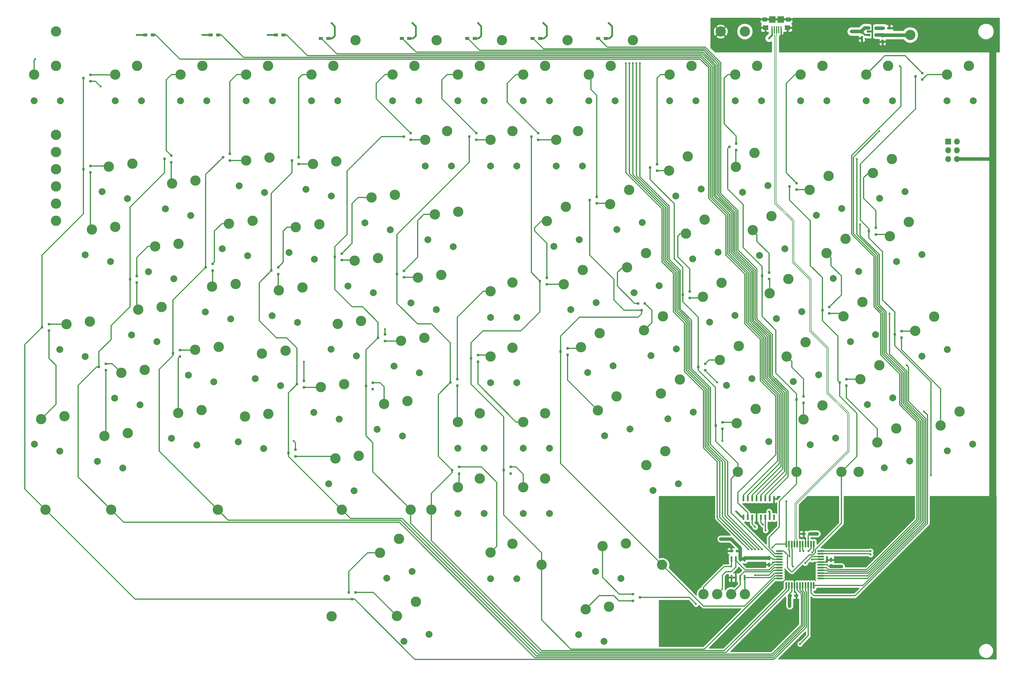
<source format=gbl>
G04 #@! TF.FileFunction,Copper,L2,Bot,Signal*
%FSLAX46Y46*%
G04 Gerber Fmt 4.6, Leading zero omitted, Abs format (unit mm)*
G04 Created by KiCad (PCBNEW 4.0.2-4+6225~38~ubuntu15.10.1-stable) date Mi 09 Mär 2016 15:11:07 CET*
%MOMM*%
G01*
G04 APERTURE LIST*
%ADD10C,0.100000*%
%ADD11C,0.600000*%
%ADD12C,3.000000*%
%ADD13C,2.000000*%
%ADD14R,0.750000X1.200000*%
%ADD15R,1.200000X0.750000*%
%ADD16R,0.800100X0.800100*%
%ADD17O,0.500000X2.000000*%
%ADD18O,2.000000X0.500000*%
%ADD19R,1.900000X1.900000*%
%ADD20R,1.450000X1.300000*%
%ADD21R,1.600000X1.400000*%
%ADD22R,0.400000X2.000000*%
%ADD23R,1.727200X1.727200*%
%ADD24O,1.727200X1.727200*%
%ADD25R,1.200000X0.900000*%
%ADD26R,1.060000X0.650000*%
%ADD27R,0.600000X1.500000*%
%ADD28R,0.600000X1.550000*%
%ADD29C,2.999740*%
%ADD30C,0.400000*%
%ADD31C,0.500000*%
%ADD32C,1.000000*%
%ADD33C,0.300000*%
%ADD34C,2.000000*%
%ADD35C,0.200000*%
%ADD36C,0.254000*%
G04 APERTURE END LIST*
D10*
D11*
X345000000Y-216000000D03*
X307500000Y-193500000D03*
X309500000Y-193500000D03*
X290000000Y-208000000D03*
X289500000Y-212500000D03*
X287500000Y-210500000D03*
X285000000Y-213000000D03*
X283500000Y-195000000D03*
X282000000Y-195000000D03*
X286500000Y-178000000D03*
X285000000Y-178000000D03*
X283500000Y-178000000D03*
X282000000Y-178000000D03*
X278500000Y-196500000D03*
X277500000Y-200500000D03*
X274500000Y-200500000D03*
X295500000Y-198500000D03*
X297500000Y-198500000D03*
X297500000Y-196500000D03*
X299500000Y-196500000D03*
X299500000Y-198500000D03*
X310000000Y-202500000D03*
X307500000Y-202500000D03*
X305000000Y-202500000D03*
X302500000Y-202500000D03*
X286500000Y-204500000D03*
X284000000Y-207000000D03*
X281500000Y-209500000D03*
X279000000Y-212000000D03*
X262000000Y-182000000D03*
X260000000Y-182000000D03*
X260000000Y-184000000D03*
X262000000Y-184000000D03*
X260000000Y-180000000D03*
X262000000Y-180000000D03*
X264000000Y-180000000D03*
X264000000Y-184000000D03*
X264000000Y-182000000D03*
X269500000Y-194000000D03*
X267500000Y-194000000D03*
X267500000Y-196000000D03*
X269500000Y-196000000D03*
X269500000Y-192000000D03*
X271500000Y-192000000D03*
X271500000Y-196000000D03*
X271500000Y-194000000D03*
X260000000Y-213000000D03*
X258000000Y-213000000D03*
X258000000Y-215000000D03*
X260000000Y-215000000D03*
X258000000Y-211000000D03*
X260000000Y-211000000D03*
X262000000Y-211000000D03*
X262000000Y-215000000D03*
X262000000Y-213000000D03*
X310000000Y-210000000D03*
X308000000Y-210000000D03*
X308000000Y-212000000D03*
X310000000Y-212000000D03*
X308000000Y-208000000D03*
X310000000Y-208000000D03*
X312000000Y-208000000D03*
X312000000Y-212000000D03*
X312000000Y-210000000D03*
X302000000Y-178000000D03*
X300000000Y-178000000D03*
X300000000Y-180000000D03*
X302000000Y-180000000D03*
X300000000Y-176000000D03*
X302000000Y-176000000D03*
X304000000Y-176000000D03*
X304000000Y-180000000D03*
X304000000Y-178000000D03*
X322000000Y-178000000D03*
X320000000Y-178000000D03*
X320000000Y-180000000D03*
X322000000Y-180000000D03*
X320000000Y-176000000D03*
X322000000Y-176000000D03*
X324000000Y-176000000D03*
X324000000Y-180000000D03*
X324000000Y-178000000D03*
X335000000Y-198000000D03*
X333000000Y-198000000D03*
X333000000Y-200000000D03*
X335000000Y-200000000D03*
X333000000Y-196000000D03*
X335000000Y-196000000D03*
X337000000Y-196000000D03*
X337000000Y-200000000D03*
X337000000Y-198000000D03*
X343000000Y-214000000D03*
X341000000Y-214000000D03*
X341000000Y-216000000D03*
X343000000Y-216000000D03*
X341000000Y-212000000D03*
X343000000Y-212000000D03*
X345000000Y-212000000D03*
X345000000Y-214000000D03*
X345000000Y-184000000D03*
X343000000Y-184000000D03*
X341000000Y-184000000D03*
X345000000Y-182000000D03*
X343000000Y-182000000D03*
X341000000Y-182000000D03*
X343000000Y-180000000D03*
X341000000Y-180000000D03*
X319000000Y-45000000D03*
X317000000Y-45000000D03*
X315000000Y-45000000D03*
X295000000Y-37000000D03*
X297000000Y-37000000D03*
X321000000Y-37000000D03*
X319000000Y-37000000D03*
X309000000Y-37000000D03*
X303000000Y-37000000D03*
X301000000Y-37000000D03*
X305000000Y-37000000D03*
X307000000Y-37000000D03*
X299000000Y-37000000D03*
X313000000Y-37000000D03*
X317000000Y-37000000D03*
X311000000Y-37000000D03*
X315000000Y-37000000D03*
X301000000Y-45000000D03*
X291000000Y-45000000D03*
X291000000Y-43000000D03*
X311000000Y-45000000D03*
X313000000Y-45000000D03*
X311000000Y-43000000D03*
X303000000Y-43000000D03*
X305000000Y-43000000D03*
X303000000Y-45000000D03*
X305000000Y-45000000D03*
X295000000Y-45000000D03*
X293000000Y-45000000D03*
X295000000Y-43000000D03*
X293000000Y-43000000D03*
X299000000Y-43000000D03*
X299000000Y-45000000D03*
X301000000Y-43000000D03*
X297000000Y-43000000D03*
X297000000Y-45000000D03*
X309000000Y-45000000D03*
X309000000Y-43000000D03*
X307000000Y-43000000D03*
X307000000Y-45000000D03*
X323000000Y-43000000D03*
X325000000Y-45000000D03*
X325000000Y-43000000D03*
X323000000Y-45000000D03*
X327000000Y-45000000D03*
X329000000Y-45000000D03*
X331000000Y-43000000D03*
X337000000Y-45000000D03*
X337000000Y-43000000D03*
X341000000Y-43000000D03*
X339000000Y-43000000D03*
X341000000Y-45000000D03*
X343000000Y-43000000D03*
X339000000Y-45000000D03*
X343000000Y-45000000D03*
X335000000Y-45000000D03*
X333000000Y-45000000D03*
X335000000Y-43000000D03*
X333000000Y-43000000D03*
X331000000Y-45000000D03*
X321000000Y-45000000D03*
X325000000Y-39000000D03*
X325000000Y-37000000D03*
X323000000Y-37000000D03*
X329000000Y-37000000D03*
X327000000Y-37000000D03*
X333000000Y-39000000D03*
X331000000Y-39000000D03*
X333000000Y-37000000D03*
X331000000Y-37000000D03*
X345000000Y-39000000D03*
X343000000Y-39000000D03*
X341000000Y-39000000D03*
X339000000Y-39000000D03*
X337000000Y-39000000D03*
X335000000Y-39000000D03*
X353000000Y-37000000D03*
X347000000Y-37000000D03*
X345000000Y-37000000D03*
X343000000Y-37000000D03*
X341000000Y-37000000D03*
X339000000Y-37000000D03*
X337000000Y-37000000D03*
X335000000Y-37000000D03*
X345000000Y-180000000D03*
D12*
X168594442Y-124145781D03*
X161803413Y-124955732D03*
D13*
X159831212Y-132316087D03*
X167191567Y-134288288D03*
D14*
X314000000Y-40050000D03*
X314000000Y-41950000D03*
D15*
X320050000Y-39000000D03*
X321950000Y-39000000D03*
D14*
X320000000Y-41050000D03*
X320000000Y-42950000D03*
X305000000Y-195450000D03*
X305000000Y-193550000D03*
D15*
X298950000Y-186000000D03*
X297050000Y-186000000D03*
X293050000Y-204000000D03*
X294950000Y-204000000D03*
D14*
X287000000Y-193050000D03*
X287000000Y-194950000D03*
D15*
X277950000Y-191000000D03*
X276050000Y-191000000D03*
D16*
X90000760Y-52550000D03*
X90000760Y-54450000D03*
X88001780Y-53500000D03*
X90000760Y-79050000D03*
X90000760Y-80950000D03*
X88001780Y-80000000D03*
X78000760Y-125050000D03*
X78000760Y-126950000D03*
X76001780Y-126000000D03*
X113500760Y-76050000D03*
X113500760Y-77950000D03*
X111501780Y-77000000D03*
X103500760Y-111050000D03*
X103500760Y-112950000D03*
X101501780Y-112000000D03*
X94500760Y-136550000D03*
X94500760Y-138450000D03*
X92501780Y-137500000D03*
X130500760Y-75550000D03*
X130500760Y-77450000D03*
X128501780Y-76500000D03*
X125500760Y-107550000D03*
X125500760Y-109450000D03*
X123501780Y-108500000D03*
X116000760Y-132550000D03*
X116000760Y-134450000D03*
X114001780Y-133500000D03*
X165050000Y-202999240D03*
X166950000Y-202999240D03*
X166000000Y-204998220D03*
X150500760Y-76550000D03*
X150500760Y-78450000D03*
X148501780Y-77500000D03*
X144500760Y-108550000D03*
X144500760Y-110450000D03*
X142501780Y-109500000D03*
X152000760Y-141550000D03*
X152000760Y-143450000D03*
X150001780Y-142500000D03*
X149500760Y-161550000D03*
X149500760Y-163450000D03*
X147501780Y-162500000D03*
X183000760Y-69550000D03*
X183000760Y-71450000D03*
X181001780Y-70500000D03*
X163000760Y-104550000D03*
X163000760Y-106450000D03*
X161001780Y-105500000D03*
X175500760Y-128050000D03*
X175500760Y-129950000D03*
X173501780Y-129000000D03*
X172000760Y-142050000D03*
X172000760Y-143950000D03*
X170001780Y-143000000D03*
X197000760Y-166550000D03*
X197000760Y-168450000D03*
X195001780Y-167500000D03*
X202000760Y-69550000D03*
X202000760Y-71450000D03*
X200001780Y-70500000D03*
X181000760Y-109550000D03*
X181000760Y-111450000D03*
X179001780Y-110500000D03*
X196500760Y-141050000D03*
X196500760Y-142950000D03*
X194501780Y-142000000D03*
X212000760Y-166550000D03*
X212000760Y-168450000D03*
X210001780Y-167500000D03*
X220000760Y-69550000D03*
X220000760Y-71450000D03*
X218001780Y-70500000D03*
X222500760Y-111550000D03*
X222500760Y-113450000D03*
X220501780Y-112500000D03*
X202500760Y-134050000D03*
X202500760Y-135950000D03*
X200501780Y-135000000D03*
X247499240Y-205450000D03*
X247499240Y-203550000D03*
X249498220Y-204500000D03*
X228500760Y-132050000D03*
X228500760Y-133950000D03*
X226501780Y-133000000D03*
X237000760Y-88050000D03*
X237000760Y-89950000D03*
X235001780Y-89000000D03*
X249050000Y-118999240D03*
X250950000Y-118999240D03*
X250000000Y-120998220D03*
X254500760Y-78550000D03*
X254500760Y-80450000D03*
X252501780Y-79500000D03*
X264000760Y-115550000D03*
X264000760Y-117450000D03*
X262001780Y-116500000D03*
X268500760Y-136550000D03*
X268500760Y-138450000D03*
X266501780Y-137500000D03*
X273500760Y-153550000D03*
X273500760Y-155450000D03*
X271501780Y-154500000D03*
X277500760Y-72550000D03*
X277500760Y-74450000D03*
X275501780Y-73500000D03*
X287000760Y-110050000D03*
X287000760Y-111950000D03*
X285001780Y-111000000D03*
X297000760Y-146050000D03*
X297000760Y-147950000D03*
X295001780Y-147000000D03*
X295000760Y-84050000D03*
X295000760Y-85950000D03*
X293001780Y-85000000D03*
X304500760Y-120050000D03*
X304500760Y-121950000D03*
X302501780Y-121000000D03*
X309500760Y-141050000D03*
X309500760Y-142950000D03*
X307501780Y-142000000D03*
X331500760Y-52050000D03*
X331500760Y-53950000D03*
X329501780Y-53000000D03*
X318000760Y-97050000D03*
X318000760Y-98950000D03*
X316001780Y-98000000D03*
X325500760Y-127050000D03*
X325500760Y-128950000D03*
X323501780Y-128000000D03*
D17*
X300000000Y-201000000D03*
X299200000Y-201000000D03*
X298400000Y-201000000D03*
X297600000Y-201000000D03*
X296800000Y-201000000D03*
X296000000Y-201000000D03*
X295200000Y-201000000D03*
X294400000Y-201000000D03*
X293600000Y-201000000D03*
X292800000Y-201000000D03*
X292000000Y-201000000D03*
D18*
X290000000Y-199000000D03*
X290000000Y-198200000D03*
X290000000Y-197400000D03*
X290000000Y-196600000D03*
X290000000Y-195800000D03*
X290000000Y-195000000D03*
X290000000Y-194200000D03*
X290000000Y-193400000D03*
X290000000Y-192600000D03*
X290000000Y-191800000D03*
X290000000Y-191000000D03*
D17*
X292000000Y-189000000D03*
X292800000Y-189000000D03*
X293600000Y-189000000D03*
X294400000Y-189000000D03*
X295200000Y-189000000D03*
X296000000Y-189000000D03*
X296800000Y-189000000D03*
X297600000Y-189000000D03*
X298400000Y-189000000D03*
X299200000Y-189000000D03*
X300000000Y-189000000D03*
D18*
X302000000Y-191000000D03*
X302000000Y-191800000D03*
X302000000Y-192600000D03*
X302000000Y-193400000D03*
X302000000Y-194200000D03*
X302000000Y-195000000D03*
X302000000Y-195800000D03*
X302000000Y-196600000D03*
X302000000Y-197400000D03*
X302000000Y-198200000D03*
X302000000Y-199000000D03*
D19*
X290400000Y-36450000D03*
D20*
X292625000Y-36450000D03*
D21*
X286000000Y-38900000D03*
D22*
X287900000Y-39450000D03*
X288550000Y-39450000D03*
X290500000Y-39450000D03*
X289850000Y-39450000D03*
X289200000Y-39450000D03*
D21*
X292400000Y-38900000D03*
D20*
X285775000Y-36450000D03*
D19*
X288000000Y-36450000D03*
D23*
X339000000Y-72000000D03*
D24*
X341540000Y-72000000D03*
X339000000Y-74540000D03*
X341540000Y-74540000D03*
X339000000Y-77080000D03*
X341540000Y-77080000D03*
D25*
X105900000Y-41000000D03*
X108100000Y-41000000D03*
X124900000Y-41000000D03*
X127100000Y-41000000D03*
X143900000Y-41000000D03*
X146100000Y-41000000D03*
X159088000Y-42000000D03*
X156888000Y-42000000D03*
X182600000Y-42000000D03*
X180400000Y-42000000D03*
X201600000Y-42000000D03*
X199400000Y-42000000D03*
X220600000Y-42000000D03*
X218400000Y-42000000D03*
X239600000Y-42000000D03*
X237400000Y-42000000D03*
D12*
X103540000Y-49920000D03*
X97190000Y-52460000D03*
D13*
X97190000Y-60080000D03*
X104810000Y-60080000D03*
D12*
X80040000Y-49920000D03*
X73690000Y-52460000D03*
D13*
X73690000Y-60080000D03*
X81310000Y-60080000D03*
D12*
X102172193Y-78395535D03*
X95381164Y-79205486D03*
D13*
X93408963Y-86565841D03*
X100769318Y-88538042D03*
D12*
X89878288Y-124277012D03*
X83087259Y-125086963D03*
D13*
X81115058Y-132447318D03*
X88475413Y-134419519D03*
D12*
X82501946Y-151805899D03*
X75710917Y-152615850D03*
D13*
X73738716Y-159976205D03*
X81099071Y-161948406D03*
D12*
X122540000Y-49920000D03*
X116190000Y-52460000D03*
D13*
X116190000Y-60080000D03*
X123810000Y-60080000D03*
D12*
X120524784Y-83313097D03*
X113733755Y-84123048D03*
D13*
X111761554Y-91483403D03*
X119121909Y-93455604D03*
D12*
X115607221Y-101665688D03*
X108816192Y-102475639D03*
D13*
X106843991Y-109835994D03*
X114204346Y-111808195D03*
D12*
X110689660Y-120018279D03*
X103898631Y-120828230D03*
D13*
X101926430Y-128188585D03*
X109286785Y-130160786D03*
D12*
X105772099Y-138370869D03*
X98981070Y-139180820D03*
D13*
X97008869Y-146541175D03*
X104369224Y-148513376D03*
D12*
X100854537Y-156723460D03*
X94063508Y-157533411D03*
D13*
X92091307Y-164893766D03*
X99451662Y-166865967D03*
D12*
X141540000Y-49920000D03*
X135190000Y-52460000D03*
D13*
X135190000Y-60080000D03*
X142810000Y-60080000D03*
D12*
X141983203Y-76639550D03*
X135192174Y-77449501D03*
D13*
X133219973Y-84809856D03*
X140580328Y-86782057D03*
D12*
X137065642Y-94992141D03*
X130274613Y-95802092D03*
D13*
X128302412Y-103162447D03*
X135662767Y-105134648D03*
D12*
X132148079Y-113344731D03*
X125357050Y-114154682D03*
D13*
X123384849Y-121515037D03*
X130745204Y-123487238D03*
D12*
X127230518Y-131697322D03*
X120439489Y-132507273D03*
D13*
X118467288Y-139867628D03*
X125827643Y-141839829D03*
D12*
X122312955Y-150049911D03*
X115521926Y-150859862D03*
D13*
X113549725Y-158220217D03*
X120910080Y-160192418D03*
D12*
X179581521Y-187416607D03*
X174105292Y-191513560D03*
D13*
X176077493Y-198873915D03*
X183437848Y-196901714D03*
D12*
X160540000Y-49920000D03*
X154190000Y-52460000D03*
D13*
X154190000Y-60080000D03*
X161810000Y-60080000D03*
D12*
X161371071Y-77693408D03*
X154580042Y-78503359D03*
D13*
X152607841Y-85863714D03*
X159968196Y-87835915D03*
D12*
X156453509Y-96045999D03*
X149662480Y-96855950D03*
D13*
X147690279Y-104216305D03*
X155050634Y-106188506D03*
D12*
X151535947Y-114398589D03*
X144744918Y-115208540D03*
D13*
X142772717Y-122568895D03*
X150133072Y-124541096D03*
D12*
X146618385Y-132751179D03*
X139827356Y-133561130D03*
D13*
X137855155Y-140921485D03*
X145215510Y-142893686D03*
D12*
X141700823Y-151103770D03*
X134909794Y-151913721D03*
D13*
X132937593Y-159274076D03*
X140297948Y-161246277D03*
D12*
X184499082Y-205769198D03*
X179022853Y-209866151D03*
D13*
X180995054Y-217226506D03*
X188355409Y-215254305D03*
D12*
X184040000Y-49920000D03*
X177690000Y-52460000D03*
D13*
X177690000Y-60080000D03*
X185310000Y-60080000D03*
D12*
X178429566Y-87440599D03*
X171638537Y-88250550D03*
D13*
X169666336Y-95610905D03*
X177026691Y-97583106D03*
D12*
X173512004Y-105793189D03*
X166720975Y-106603140D03*
D13*
X164748774Y-113963495D03*
X172109129Y-115935696D03*
D12*
X163676880Y-142498371D03*
X156885851Y-143308322D03*
D13*
X154913650Y-150668677D03*
X162274005Y-152640878D03*
D12*
X203040000Y-169920000D03*
X196690000Y-172460000D03*
D13*
X196690000Y-180080000D03*
X204310000Y-180080000D03*
D12*
X167935614Y-163309743D03*
X161144585Y-164119694D03*
D13*
X159172384Y-171480049D03*
X166532739Y-173452250D03*
D12*
X193540000Y-68920000D03*
X187190000Y-71460000D03*
D13*
X187190000Y-79080000D03*
X194810000Y-79080000D03*
D12*
X186947033Y-129063343D03*
X180156004Y-129873294D03*
D13*
X178183803Y-137233649D03*
X185544158Y-139205850D03*
D12*
X182029470Y-147415933D03*
X175238441Y-148225884D03*
D13*
X173266240Y-155586239D03*
X180626595Y-157558440D03*
D12*
X212540000Y-188920000D03*
X206190000Y-191460000D03*
D13*
X206190000Y-199080000D03*
X213810000Y-199080000D03*
D12*
X203040000Y-49920000D03*
X196690000Y-52460000D03*
D13*
X196690000Y-60080000D03*
X204310000Y-60080000D03*
D12*
X212540000Y-68920000D03*
X206190000Y-71460000D03*
D13*
X206190000Y-79080000D03*
X213810000Y-79080000D03*
D12*
X196782156Y-92358160D03*
X189991127Y-93168111D03*
D13*
X188018926Y-100528466D03*
X195379281Y-102500667D03*
D12*
X191864595Y-110710751D03*
X185073566Y-111520702D03*
D13*
X183101365Y-118881057D03*
X190461720Y-120853258D03*
D12*
X212540000Y-112920000D03*
X206190000Y-115460000D03*
D13*
X206190000Y-123080000D03*
X213810000Y-123080000D03*
D12*
X203040000Y-150920000D03*
X196690000Y-153460000D03*
D13*
X196690000Y-161080000D03*
X204310000Y-161080000D03*
D12*
X222040000Y-169920000D03*
X215690000Y-172460000D03*
D13*
X215690000Y-180080000D03*
X223310000Y-180080000D03*
D12*
X222040000Y-49920000D03*
X215690000Y-52460000D03*
D13*
X215690000Y-60080000D03*
X223310000Y-60080000D03*
D12*
X231540000Y-68920000D03*
X225190000Y-71460000D03*
D13*
X225190000Y-79080000D03*
X232810000Y-79080000D03*
D12*
X228031608Y-90973574D03*
X222555379Y-95070527D03*
D13*
X224527580Y-102430882D03*
X231887935Y-100458681D03*
D12*
X232949170Y-109326165D03*
X227472941Y-113423118D03*
D13*
X229445142Y-120783473D03*
X236805497Y-118811272D03*
D12*
X212540000Y-131920000D03*
X206190000Y-134460000D03*
D13*
X206190000Y-142080000D03*
X213810000Y-142080000D03*
D12*
X222040000Y-150920000D03*
X215690000Y-153460000D03*
D13*
X215690000Y-161080000D03*
X223310000Y-161080000D03*
D12*
X240541539Y-207136815D03*
X233750510Y-207946766D03*
D13*
X231778309Y-215307121D03*
X239138664Y-217279322D03*
D12*
X237866732Y-127678756D03*
X232390503Y-131775709D03*
D13*
X234362704Y-139136064D03*
X241723059Y-137163863D03*
D12*
X242784294Y-146031346D03*
X237308065Y-150128299D03*
D13*
X239280266Y-157488654D03*
X246640621Y-155516453D03*
D12*
X245459101Y-188784224D03*
X238668072Y-189594175D03*
D13*
X236695871Y-196954530D03*
X244056226Y-198926731D03*
D12*
X256878151Y-161925156D03*
X251401922Y-166022109D03*
D13*
X253374123Y-173382464D03*
X260734478Y-171410263D03*
D12*
X241040000Y-49920000D03*
X234690000Y-52460000D03*
D13*
X234690000Y-60080000D03*
X242310000Y-60080000D03*
D12*
X246384199Y-86056013D03*
X240907970Y-90152966D03*
D13*
X242880171Y-97513321D03*
X250240526Y-95541120D03*
D12*
X251301761Y-104408603D03*
X245825532Y-108505556D03*
D13*
X247797733Y-115865911D03*
X255158088Y-113893710D03*
D12*
X256219322Y-122761194D03*
X250743093Y-126858147D03*
D13*
X252715294Y-134218502D03*
X260075649Y-132246301D03*
D12*
X261136884Y-141113785D03*
X255660655Y-145210738D03*
D13*
X257632856Y-152571093D03*
X264993211Y-150598892D03*
D12*
X264540000Y-49920000D03*
X258190000Y-52460000D03*
D13*
X258190000Y-60080000D03*
X265810000Y-60080000D03*
D12*
X263442694Y-76308822D03*
X257966465Y-80405775D03*
D13*
X259938666Y-87766130D03*
X267299021Y-85793929D03*
D12*
X268360256Y-94661412D03*
X262884027Y-98758365D03*
D13*
X264856228Y-106118720D03*
X272216583Y-104146519D03*
D12*
X273277818Y-113014003D03*
X267801589Y-117110956D03*
D13*
X269773790Y-124471311D03*
X277134145Y-122499110D03*
D12*
X278195380Y-131366594D03*
X272719151Y-135463547D03*
D13*
X274691352Y-142823902D03*
X282051707Y-140851701D03*
D12*
X283112942Y-149719184D03*
X277636713Y-153816137D03*
D13*
X279608914Y-161176492D03*
X286969269Y-159204291D03*
D12*
X283540000Y-49920000D03*
X277190000Y-52460000D03*
D13*
X277190000Y-60080000D03*
X284810000Y-60080000D03*
D12*
X282830561Y-75254963D03*
X277354332Y-79351916D03*
D13*
X279326533Y-86712271D03*
X286686888Y-84740070D03*
D12*
X287748123Y-93607554D03*
X282271894Y-97704507D03*
D13*
X284244095Y-105064862D03*
X291604450Y-103092661D03*
D12*
X292665685Y-111960144D03*
X287189456Y-116057097D03*
D13*
X289161657Y-123417452D03*
X296522012Y-121445251D03*
D12*
X297583247Y-130312735D03*
X292107018Y-134409688D03*
D13*
X294079219Y-141770043D03*
X301439574Y-139797842D03*
D12*
X302500808Y-148665326D03*
X297024579Y-152762279D03*
D13*
X298996780Y-160122634D03*
X306357135Y-158150433D03*
D12*
X302540000Y-49920000D03*
X296190000Y-52460000D03*
D13*
X296190000Y-60080000D03*
X303810000Y-60080000D03*
D12*
X304288980Y-81928511D03*
X298812751Y-86025464D03*
D13*
X300784952Y-93385819D03*
X308145307Y-91413618D03*
D12*
X309206542Y-100281102D03*
X303730313Y-104378055D03*
D13*
X305702514Y-111738410D03*
X313062869Y-109766209D03*
D12*
X314124104Y-118633692D03*
X308647875Y-122730645D03*
D13*
X310620076Y-130091000D03*
X317980431Y-128118799D03*
D12*
X319041666Y-136986283D03*
X313565437Y-141083236D03*
D13*
X315537638Y-148443591D03*
X322897993Y-146471390D03*
D12*
X323959228Y-155338874D03*
X318482999Y-159435827D03*
D13*
X320455200Y-166796182D03*
X327815555Y-164823981D03*
D12*
X321540000Y-49920000D03*
X315190000Y-52460000D03*
D13*
X315190000Y-60080000D03*
X322810000Y-60080000D03*
D12*
X345040000Y-49920000D03*
X338690000Y-52460000D03*
D13*
X338690000Y-60080000D03*
X346310000Y-60080000D03*
D12*
X322641571Y-77010949D03*
X317165342Y-81107902D03*
D13*
X319137543Y-88468257D03*
X326497898Y-86496056D03*
D12*
X327559133Y-95363540D03*
X322082904Y-99460493D03*
D13*
X324055105Y-106820848D03*
X331415460Y-104848647D03*
D12*
X334935476Y-122892426D03*
X329459247Y-126989379D03*
D13*
X331431448Y-134349734D03*
X338791803Y-132377533D03*
D12*
X342311818Y-150421312D03*
X336835589Y-154518265D03*
D13*
X338807790Y-161878620D03*
X346168145Y-159906419D03*
D26*
X315900000Y-40950000D03*
X315900000Y-40000000D03*
X315900000Y-39050000D03*
X318100000Y-39050000D03*
X318100000Y-40950000D03*
D27*
X279555000Y-175800000D03*
X280825000Y-175800000D03*
X282095000Y-175800000D03*
X283365000Y-175800000D03*
X284635000Y-175800000D03*
X285905000Y-175800000D03*
X287175000Y-175800000D03*
X288445000Y-175800000D03*
X288445000Y-181200000D03*
X287175000Y-181200000D03*
X285905000Y-181200000D03*
X284635000Y-181200000D03*
X283365000Y-181200000D03*
X282095000Y-181200000D03*
X280825000Y-181200000D03*
X279555000Y-181200000D03*
D28*
X279905000Y-198700000D03*
X278635000Y-198700000D03*
X277365000Y-198700000D03*
X276095000Y-198700000D03*
X276095000Y-193300000D03*
X277365000Y-193300000D03*
X278635000Y-193300000D03*
X279905000Y-193300000D03*
D29*
X190500000Y-42500000D03*
X276000000Y-203500000D03*
X268000000Y-203500000D03*
X280000000Y-203500000D03*
X272000000Y-203500000D03*
X77000000Y-179000000D03*
X96000000Y-179000000D03*
X127000000Y-179000000D03*
X163000000Y-179000000D03*
X183000000Y-179000000D03*
X189000000Y-179000000D03*
X221000000Y-195000000D03*
X256000000Y-195000000D03*
X278000000Y-168000000D03*
X295000000Y-168000000D03*
X308000000Y-168000000D03*
X313000000Y-168000000D03*
X80000000Y-40000000D03*
X80000000Y-70000000D03*
X80000000Y-75000000D03*
X80000000Y-80000000D03*
X80000000Y-85000000D03*
X80000000Y-90000000D03*
X80000000Y-95000000D03*
X160000000Y-210000000D03*
X209500000Y-42500000D03*
X247500000Y-42500000D03*
X228500000Y-42500000D03*
X167000000Y-42500000D03*
D12*
X97254631Y-96748127D03*
X90463602Y-97558078D03*
D13*
X88491401Y-104918433D03*
X95851756Y-106890634D03*
D29*
X273000000Y-40000000D03*
X328000000Y-41000000D03*
X280000000Y-40000000D03*
D11*
X352000000Y-44000000D03*
X287000000Y-42000000D03*
X311000000Y-40000000D03*
X287000000Y-179500000D03*
X273000000Y-187500000D03*
X274500000Y-187500000D03*
X276000000Y-187500000D03*
X277500000Y-179500000D03*
X301000000Y-186000000D03*
X308000000Y-195500000D03*
X293000000Y-207000000D03*
X74000000Y-48000000D03*
X93000000Y-56000000D03*
X152000000Y-136000000D03*
X149000000Y-159000000D03*
X175500000Y-126500000D03*
X334000000Y-169000000D03*
X265800000Y-206400000D03*
X288000000Y-190000000D03*
X292000000Y-176500000D03*
X272000000Y-141999986D03*
X273500000Y-159000000D03*
X326986283Y-136986283D03*
X332000000Y-150421312D03*
X296000000Y-218000000D03*
X275999968Y-195500000D03*
X283000000Y-198000000D03*
X248500008Y-49150101D03*
X293000000Y-192500000D03*
X284000000Y-190500000D03*
X245500000Y-49150101D03*
X294000000Y-195500000D03*
X281000000Y-190500000D03*
X283000000Y-184000000D03*
X296000000Y-191000000D03*
X286000000Y-185000000D03*
X297000000Y-191000000D03*
X285254980Y-183333538D03*
X298500000Y-191000000D03*
X249500000Y-49150101D03*
X299535665Y-191439117D03*
X285000000Y-190500000D03*
X316500000Y-191000000D03*
X316500000Y-192000000D03*
X246500000Y-49150101D03*
X297500000Y-194500000D03*
X282000000Y-190500000D03*
X247500000Y-49150101D03*
X299500000Y-193500000D03*
X283000000Y-190500000D03*
X325000000Y-50000000D03*
X319080000Y-68920000D03*
X312500020Y-77010949D03*
X313487644Y-96000000D03*
X322000000Y-122000000D03*
X103500000Y-41000000D03*
X122500000Y-41000000D03*
X141500000Y-41000000D03*
X160000000Y-37500000D03*
X183500000Y-37500000D03*
X202500000Y-37500000D03*
X221500000Y-37500000D03*
X240500000Y-37500000D03*
D30*
X287900000Y-39450000D02*
X287900000Y-41100000D01*
D31*
X287900000Y-41100000D02*
X287000000Y-42000000D01*
X315900000Y-40950000D02*
X314900000Y-40950000D01*
X314900000Y-40950000D02*
X314000000Y-40050000D01*
D32*
X314000000Y-40050000D02*
X314000000Y-39784998D01*
X314000000Y-39784998D02*
X314809999Y-38974999D01*
X314809999Y-38974999D02*
X315900000Y-38974999D01*
X311000000Y-40000000D02*
X313950000Y-40000000D01*
X313950000Y-40000000D02*
X314000000Y-40050000D01*
D33*
X294400000Y-201000000D02*
X294400000Y-199100000D01*
X294950000Y-204000000D02*
X294950000Y-203325000D01*
X294950000Y-203325000D02*
X294400000Y-202775000D01*
X294400000Y-202775000D02*
X294400000Y-202300000D01*
X294400000Y-202300000D02*
X294400000Y-201000000D01*
X287000000Y-194950000D02*
X287675000Y-194950000D01*
X287675000Y-194950000D02*
X288425000Y-194200000D01*
X288425000Y-194200000D02*
X288700000Y-194200000D01*
X288700000Y-194200000D02*
X290000000Y-194200000D01*
X297600000Y-187600000D02*
X297050000Y-187050000D01*
X297050000Y-187050000D02*
X297050000Y-186000000D01*
X297600000Y-189000000D02*
X297600000Y-187600000D01*
X305000000Y-193550000D02*
X304325000Y-193550000D01*
X304325000Y-193550000D02*
X303675000Y-194200000D01*
X303675000Y-194200000D02*
X303300000Y-194200000D01*
X303300000Y-194200000D02*
X302000000Y-194200000D01*
D30*
X290500000Y-39450000D02*
X290500000Y-40950000D01*
D31*
X290500000Y-40950000D02*
X291000000Y-41450000D01*
D34*
X352000000Y-44000000D02*
X352000000Y-77000000D01*
X352000000Y-77000000D02*
X352000000Y-177000000D01*
D32*
X341540000Y-77080000D02*
X351920000Y-77080000D01*
X351920000Y-77080000D02*
X352000000Y-77000000D01*
D34*
X352000000Y-177000000D02*
X349000000Y-180000000D01*
X349000000Y-180000000D02*
X345000000Y-180000000D01*
D31*
X317000000Y-40000000D02*
X317000000Y-42000000D01*
X315900000Y-40000000D02*
X317000000Y-40000000D01*
X317000000Y-40000000D02*
X317000000Y-38000000D01*
D32*
X318100000Y-39050000D02*
X320000000Y-39050000D01*
X320000000Y-39050000D02*
X320050000Y-39000000D01*
X278635000Y-193300000D02*
X278635000Y-191000000D01*
X278635000Y-191000000D02*
X278635000Y-190135000D01*
D31*
X277950000Y-191000000D02*
X278635000Y-191000000D01*
X279555000Y-181200000D02*
X279200000Y-181200000D01*
X279200000Y-181200000D02*
X277500000Y-179500000D01*
X287000000Y-179500000D02*
X287175000Y-179675000D01*
X287175000Y-179675000D02*
X287175000Y-181200000D01*
D32*
X278635000Y-190135000D02*
X276000000Y-187500000D01*
X278635000Y-193300000D02*
X279905000Y-193300000D01*
X274500000Y-187500000D02*
X273000000Y-187500000D01*
X276000000Y-187500000D02*
X274500000Y-187500000D01*
D33*
X303875000Y-195000000D02*
X303300000Y-195000000D01*
X304325000Y-195450000D02*
X303875000Y-195000000D01*
X305000000Y-195450000D02*
X304325000Y-195450000D01*
X303300000Y-195000000D02*
X302000000Y-195000000D01*
X293050000Y-204000000D02*
X293050000Y-203325000D01*
X293050000Y-203325000D02*
X293600000Y-202775000D01*
X293600000Y-202775000D02*
X293600000Y-202300000D01*
X293600000Y-202300000D02*
X293600000Y-201000000D01*
X287000000Y-193050000D02*
X287675000Y-193050000D01*
X287675000Y-193050000D02*
X288025000Y-193400000D01*
X288025000Y-193400000D02*
X288700000Y-193400000D01*
X288700000Y-193400000D02*
X290000000Y-193400000D01*
X298400000Y-189000000D02*
X298400000Y-186550000D01*
X298400000Y-186550000D02*
X298950000Y-186000000D01*
D32*
X301000000Y-186000000D02*
X298950000Y-186000000D01*
X308000000Y-195500000D02*
X305050000Y-195500000D01*
X305050000Y-195500000D02*
X305000000Y-195450000D01*
X293000000Y-207000000D02*
X293000000Y-204050000D01*
X293000000Y-204050000D02*
X293050000Y-204000000D01*
X287000000Y-193050000D02*
X280155000Y-193050000D01*
X280155000Y-193050000D02*
X279905000Y-193300000D01*
X320000000Y-41050000D02*
X327950000Y-41050000D01*
X327950000Y-41050000D02*
X328000000Y-41000000D01*
X318100000Y-40950000D02*
X319900000Y-40950000D01*
X319900000Y-40950000D02*
X320000000Y-41050000D01*
D33*
X90000760Y-52550000D02*
X97100000Y-52550000D01*
X97100000Y-52550000D02*
X97190000Y-52460000D01*
X73690000Y-52460000D02*
X73690000Y-48310000D01*
X73690000Y-48310000D02*
X74000000Y-48000000D01*
X90000760Y-54450000D02*
X91450000Y-54450000D01*
X91450000Y-54450000D02*
X93000000Y-56000000D01*
X77000000Y-179000000D02*
X71000000Y-173000000D01*
X102998220Y-204998220D02*
X77000000Y-179000000D01*
X288499949Y-222500051D02*
X297899989Y-213100011D01*
X184201881Y-222500051D02*
X288499949Y-222500051D01*
X297600000Y-202300000D02*
X297600000Y-201000000D01*
X297600000Y-202578634D02*
X297600000Y-202300000D01*
X297899989Y-213100011D02*
X297899989Y-202878623D01*
X166700050Y-204998220D02*
X184201881Y-222500051D01*
X166000000Y-204998220D02*
X166700050Y-204998220D01*
X297899989Y-202878623D02*
X297600000Y-202578634D01*
X102998220Y-204998220D02*
X166000000Y-204998220D01*
X71000000Y-131001780D02*
X71000000Y-173000000D01*
X76001780Y-126000000D02*
X71000000Y-131001780D01*
X88001780Y-92998220D02*
X76001780Y-104998220D01*
X76001780Y-104998220D02*
X76001780Y-126000000D01*
X88001780Y-80000000D02*
X88001780Y-92998220D01*
X88001780Y-53500000D02*
X88001780Y-80000000D01*
X90000760Y-79050000D02*
X95225678Y-79050000D01*
X95225678Y-79050000D02*
X95381164Y-79205486D01*
X90000760Y-80950000D02*
X90000760Y-97095236D01*
X90000760Y-97095236D02*
X90463602Y-97558078D01*
X78000760Y-125050000D02*
X83050296Y-125050000D01*
X83050296Y-125050000D02*
X83087259Y-125086963D01*
X80000000Y-137000000D02*
X80000000Y-148326767D01*
X80000000Y-148326767D02*
X75710917Y-152615850D01*
X78000760Y-135000760D02*
X80000000Y-137000000D01*
X78000760Y-126950000D02*
X78000760Y-135000760D01*
X112000000Y-54000000D02*
X113540000Y-52460000D01*
X113540000Y-52460000D02*
X116190000Y-52460000D01*
X112000000Y-74549240D02*
X112000000Y-54000000D01*
X113500760Y-76050000D02*
X112000000Y-74549240D01*
X113500760Y-77950000D02*
X113500760Y-83890053D01*
X113500760Y-83890053D02*
X113733755Y-84123048D01*
X96000000Y-179000000D02*
X86500000Y-169500000D01*
X86500000Y-169500000D02*
X86500000Y-142801730D01*
X86500000Y-142801730D02*
X91801730Y-137500000D01*
X91801730Y-137500000D02*
X92501780Y-137500000D01*
X296800000Y-201000000D02*
X296800000Y-202485756D01*
X296800000Y-202485756D02*
X297399978Y-203085735D01*
X297399978Y-203085735D02*
X297399978Y-212892900D01*
X297399978Y-212892900D02*
X288292838Y-222000040D01*
X288292838Y-222000040D02*
X219000040Y-222000040D01*
X179650129Y-182650129D02*
X99650129Y-182650129D01*
X219000040Y-222000040D02*
X179650129Y-182650129D01*
X99650129Y-182650129D02*
X96000000Y-179000000D01*
X101501780Y-112000000D02*
X101501780Y-119998220D01*
X101501780Y-119998220D02*
X96000000Y-125500000D01*
X96000000Y-125500000D02*
X96000000Y-129500000D01*
X96000000Y-129500000D02*
X92500000Y-133000000D01*
X92500000Y-133000000D02*
X92500000Y-137498220D01*
X92500000Y-137498220D02*
X92501780Y-137500000D01*
X111501780Y-77000000D02*
X111501780Y-80998220D01*
X111501780Y-80998220D02*
X101500000Y-91000000D01*
X101500000Y-111998220D02*
X101501780Y-112000000D01*
X101500000Y-91000000D02*
X101500000Y-111998220D01*
X106694872Y-102475639D02*
X108816192Y-102475639D01*
X103500760Y-105669751D02*
X106694872Y-102475639D01*
X103500760Y-111050000D02*
X103500760Y-105669751D01*
X103500760Y-112950000D02*
X103500760Y-120430359D01*
X103500760Y-120430359D02*
X103898631Y-120828230D01*
X94500760Y-136550000D02*
X96350250Y-136550000D01*
X96350250Y-136550000D02*
X98981070Y-139180820D01*
X94500760Y-138450000D02*
X94500760Y-157096159D01*
X94500760Y-157096159D02*
X94063508Y-157533411D01*
X130500760Y-54499240D02*
X132540000Y-52460000D01*
X132540000Y-52460000D02*
X135190000Y-52460000D01*
X130500760Y-75550000D02*
X130500760Y-54499240D01*
X130500760Y-77450000D02*
X135191675Y-77450000D01*
X135191675Y-77450000D02*
X135192174Y-77449501D01*
X127000000Y-179000000D02*
X110000000Y-162000000D01*
X110000000Y-162000000D02*
X110000000Y-138201830D01*
X110000000Y-138201830D02*
X114001780Y-134200050D01*
X114001780Y-134200050D02*
X114001780Y-133500000D01*
X130000011Y-182000011D02*
X127000000Y-179000000D01*
X296000000Y-201000000D02*
X296000000Y-202392878D01*
X296000000Y-202392878D02*
X296899967Y-203292846D01*
X296899967Y-203292846D02*
X296899967Y-212685789D01*
X296899967Y-212685789D02*
X288085727Y-221500029D01*
X288085727Y-221500029D02*
X219500029Y-221500029D01*
X219500029Y-221500029D02*
X180000011Y-182000011D01*
X180000011Y-182000011D02*
X130000011Y-182000011D01*
X123501780Y-108500000D02*
X114000000Y-118001780D01*
X114000000Y-118001780D02*
X114000000Y-133498220D01*
X114000000Y-133498220D02*
X114001780Y-133500000D01*
X128501780Y-76500000D02*
X123500000Y-81501780D01*
X123500000Y-81501780D02*
X123500000Y-108498220D01*
X123500000Y-108498220D02*
X123501780Y-108500000D01*
X126000000Y-98000000D02*
X128197908Y-95802092D01*
X128197908Y-95802092D02*
X130274613Y-95802092D01*
X126000000Y-107050760D02*
X126000000Y-98000000D01*
X125500760Y-107550000D02*
X126000000Y-107050760D01*
X125500760Y-109450000D02*
X125500760Y-114010972D01*
X125500760Y-114010972D02*
X125357050Y-114154682D01*
X116000760Y-132550000D02*
X120396762Y-132550000D01*
X120396762Y-132550000D02*
X120439489Y-132507273D01*
X116000760Y-134450000D02*
X115521926Y-134928834D01*
X115521926Y-134928834D02*
X115521926Y-150859862D01*
X165050000Y-196950000D02*
X170486440Y-191513560D01*
X170486440Y-191513560D02*
X174105292Y-191513560D01*
X165050000Y-202999240D02*
X165050000Y-196950000D01*
X166950000Y-202999240D02*
X172155942Y-202999240D01*
X172155942Y-202999240D02*
X179022853Y-209866151D01*
X150500760Y-53499240D02*
X151540000Y-52460000D01*
X151540000Y-52460000D02*
X154190000Y-52460000D01*
X150500760Y-76550000D02*
X150500760Y-53499240D01*
X150500760Y-78450000D02*
X154526683Y-78450000D01*
X154526683Y-78450000D02*
X154580042Y-78503359D01*
X163000000Y-179000000D02*
X147501780Y-163501780D01*
X147501780Y-163501780D02*
X147501780Y-162500000D01*
X295200000Y-201000000D02*
X295200000Y-202300000D01*
X295200000Y-202300000D02*
X296399956Y-203499956D01*
X180500000Y-181500000D02*
X165500000Y-181500000D01*
X296399956Y-203499956D02*
X296399956Y-212478678D01*
X296399956Y-212478678D02*
X287878616Y-221000018D01*
X287878616Y-221000018D02*
X220000018Y-221000018D01*
X220000018Y-221000018D02*
X180500000Y-181500000D01*
X165500000Y-181500000D02*
X163000000Y-179000000D01*
X147501780Y-163200050D02*
X147501780Y-162500000D01*
X148501780Y-77500000D02*
X148501780Y-80998220D01*
X148501780Y-80998220D02*
X142500000Y-87000000D01*
X142500000Y-87000000D02*
X142500000Y-109498220D01*
X142500000Y-109498220D02*
X142501780Y-109500000D01*
X150001780Y-142500000D02*
X147501780Y-145000000D01*
X147501780Y-145000000D02*
X147501780Y-162500000D01*
X142501780Y-109500000D02*
X139000000Y-113001780D01*
X139000000Y-113001780D02*
X139000000Y-124000000D01*
X139000000Y-124000000D02*
X144000000Y-129000000D01*
X144000000Y-129000000D02*
X147000000Y-129000000D01*
X147000000Y-129000000D02*
X150001780Y-132001780D01*
X150001780Y-132001780D02*
X150001780Y-142500000D01*
X144500760Y-108550000D02*
X146000000Y-107050760D01*
X146000000Y-107050760D02*
X146000000Y-98000000D01*
X146000000Y-98000000D02*
X147144050Y-96855950D01*
X147144050Y-96855950D02*
X149662480Y-96855950D01*
X144500760Y-110450000D02*
X144500760Y-114964382D01*
X144500760Y-114964382D02*
X144744918Y-115208540D01*
X152000760Y-141550000D02*
X152000760Y-136000760D01*
X152000760Y-136000760D02*
X152000000Y-136000000D01*
X152000760Y-143450000D02*
X156744173Y-143450000D01*
X156744173Y-143450000D02*
X156885851Y-143308322D01*
X149500760Y-161550000D02*
X149500760Y-159500760D01*
X149500760Y-159500760D02*
X149000000Y-159000000D01*
X149500760Y-163450000D02*
X160474891Y-163450000D01*
X160474891Y-163450000D02*
X161144585Y-164119694D01*
X173000000Y-55000000D02*
X175540000Y-52460000D01*
X175540000Y-52460000D02*
X177690000Y-52460000D01*
X173000000Y-59549240D02*
X173000000Y-55000000D01*
X183000760Y-69550000D02*
X173000000Y-59549240D01*
X183000760Y-71450000D02*
X187180000Y-71450000D01*
X187180000Y-71450000D02*
X187190000Y-71460000D01*
X172000000Y-168000000D02*
X172000000Y-159500000D01*
X183000000Y-179000000D02*
X181500131Y-177500131D01*
X181500131Y-177500131D02*
X172000000Y-168000000D01*
X220500000Y-220500000D02*
X183000000Y-183000000D01*
X183000000Y-183000000D02*
X183000000Y-179000000D01*
X181001780Y-70500000D02*
X174500000Y-70500000D01*
X174500000Y-70500000D02*
X164500000Y-80500000D01*
X164500000Y-80500000D02*
X164500000Y-99000000D01*
X164500000Y-99000000D02*
X161001780Y-102498220D01*
X161001780Y-102498220D02*
X161001780Y-105500000D01*
X173501780Y-129000000D02*
X170000000Y-132501780D01*
X170000000Y-142998220D02*
X170001780Y-143000000D01*
X170000000Y-132501780D02*
X170000000Y-142998220D01*
X292800000Y-201000000D02*
X292800000Y-202200000D01*
X274500000Y-220500000D02*
X220500000Y-220500000D01*
X292800000Y-202200000D02*
X274500000Y-220500000D01*
X172000000Y-159500000D02*
X170001780Y-157501780D01*
X170001780Y-157501780D02*
X170001780Y-143700050D01*
X170001780Y-143700050D02*
X170001780Y-143000000D01*
X169000000Y-120000000D02*
X173501780Y-124501780D01*
X173501780Y-124501780D02*
X173501780Y-129000000D01*
X166000000Y-120000000D02*
X169000000Y-120000000D01*
X161001780Y-115001780D02*
X166000000Y-120000000D01*
X161001780Y-105500000D02*
X161001780Y-115001780D01*
X166000000Y-90000000D02*
X167749450Y-88250550D01*
X167749450Y-88250550D02*
X171638537Y-88250550D01*
X166000000Y-101550760D02*
X166000000Y-90000000D01*
X163000760Y-104550000D02*
X166000000Y-101550760D01*
X163000760Y-106450000D02*
X166567835Y-106450000D01*
X166567835Y-106450000D02*
X166720975Y-106603140D01*
X175500760Y-128050000D02*
X175500760Y-126500760D01*
X175500760Y-126500760D02*
X175500000Y-126500000D01*
X175500760Y-129950000D02*
X180079298Y-129950000D01*
X180079298Y-129950000D02*
X180156004Y-129873294D01*
X174050000Y-142050000D02*
X175238441Y-143238441D01*
X175238441Y-143238441D02*
X175238441Y-148225884D01*
X172000760Y-142050000D02*
X174050000Y-142050000D01*
X208000000Y-171000000D02*
X208000000Y-189650000D01*
X208000000Y-189650000D02*
X206190000Y-191460000D01*
X203550000Y-166550000D02*
X208000000Y-171000000D01*
X197000760Y-166550000D02*
X203550000Y-166550000D01*
X197000760Y-168450000D02*
X197000760Y-172149240D01*
X197000760Y-172149240D02*
X196690000Y-172460000D01*
X189000000Y-179000000D02*
X189000000Y-188000000D01*
X189000000Y-188000000D02*
X220999989Y-219999989D01*
X220999989Y-219999989D02*
X274000011Y-219999989D01*
X274000011Y-219999989D02*
X292000000Y-202000000D01*
X292000000Y-202000000D02*
X292000000Y-201000000D01*
X195001780Y-167500000D02*
X195001780Y-168200050D01*
X195001780Y-168200050D02*
X189000000Y-174201830D01*
X189000000Y-174201830D02*
X189000000Y-179000000D01*
X200001780Y-70500000D02*
X200001780Y-77998220D01*
X200001780Y-77998220D02*
X179000000Y-99000000D01*
X179000000Y-99000000D02*
X179000000Y-110498220D01*
X179000000Y-110498220D02*
X179001780Y-110500000D01*
X191000000Y-163498220D02*
X191000000Y-145501780D01*
X191000000Y-145501780D02*
X194501780Y-142000000D01*
X195001780Y-167500000D02*
X191000000Y-163498220D01*
X189000000Y-125000000D02*
X194501780Y-130501780D01*
X194501780Y-130501780D02*
X194501780Y-142000000D01*
X185000000Y-125000000D02*
X189000000Y-125000000D01*
X179001780Y-119001780D02*
X185000000Y-125000000D01*
X179001780Y-110500000D02*
X179001780Y-119001780D01*
X192000000Y-54000000D02*
X193540000Y-52460000D01*
X193540000Y-52460000D02*
X196690000Y-52460000D01*
X192000000Y-59549240D02*
X192000000Y-54000000D01*
X202000760Y-69550000D02*
X192000000Y-59549240D01*
X202000760Y-71450000D02*
X206180000Y-71450000D01*
X206180000Y-71450000D02*
X206190000Y-71460000D01*
X185000000Y-95000000D02*
X186831889Y-93168111D01*
X186831889Y-93168111D02*
X189991127Y-93168111D01*
X185000000Y-105550760D02*
X185000000Y-95000000D01*
X181000760Y-109550000D02*
X185000000Y-105550760D01*
X181000760Y-111450000D02*
X185002864Y-111450000D01*
X185002864Y-111450000D02*
X185073566Y-111520702D01*
X206190000Y-115460000D02*
X204068680Y-115460000D01*
X196500760Y-123027920D02*
X196500760Y-141050000D01*
X204068680Y-115460000D02*
X196500760Y-123027920D01*
X196500760Y-142950000D02*
X196500760Y-153270760D01*
X196500760Y-153270760D02*
X196690000Y-153460000D01*
X213550000Y-166550000D02*
X215690000Y-168690000D01*
X215690000Y-168690000D02*
X215690000Y-172460000D01*
X212000760Y-166550000D02*
X213550000Y-166550000D01*
X229499978Y-219499978D02*
X221000000Y-211000000D01*
X221000000Y-195000000D02*
X221000000Y-211000000D01*
X210001780Y-167500000D02*
X210001780Y-180501780D01*
X210001780Y-180501780D02*
X221000000Y-191500000D01*
X221000000Y-191500000D02*
X221000000Y-195000000D01*
X290000000Y-199000000D02*
X288700000Y-199000000D01*
X288700000Y-199000000D02*
X268200022Y-219499978D01*
X268200022Y-219499978D02*
X229499978Y-219499978D01*
X200501780Y-142501780D02*
X210001780Y-152001780D01*
X210001780Y-152001780D02*
X210001780Y-167500000D01*
X200501780Y-135000000D02*
X200501780Y-142501780D01*
X204000000Y-127000000D02*
X200501780Y-130498220D01*
X200501780Y-130498220D02*
X200501780Y-135000000D01*
X215000000Y-127000000D02*
X204000000Y-127000000D01*
X220501780Y-121498220D02*
X215000000Y-127000000D01*
X220501780Y-112500000D02*
X220501780Y-121498220D01*
X218001780Y-70500000D02*
X218001780Y-110000000D01*
X218001780Y-110000000D02*
X220501780Y-112500000D01*
X211000000Y-55000000D02*
X213540000Y-52460000D01*
X213540000Y-52460000D02*
X215690000Y-52460000D01*
X211000000Y-60549240D02*
X211000000Y-55000000D01*
X220000760Y-69550000D02*
X211000000Y-60549240D01*
X220000760Y-71450000D02*
X225180000Y-71450000D01*
X225180000Y-71450000D02*
X225190000Y-71460000D01*
X219000000Y-97000000D02*
X220929473Y-95070527D01*
X220929473Y-95070527D02*
X222555379Y-95070527D01*
X219000000Y-98000000D02*
X219000000Y-97000000D01*
X222500760Y-101500760D02*
X219000000Y-98000000D01*
X222500760Y-111550000D02*
X222500760Y-101500760D01*
X222500760Y-113450000D02*
X227446059Y-113450000D01*
X227446059Y-113450000D02*
X227472941Y-113423118D01*
X202500760Y-134050000D02*
X205780000Y-134050000D01*
X205780000Y-134050000D02*
X206190000Y-134460000D01*
X202500760Y-135950000D02*
X202500760Y-142400760D01*
X202500760Y-142400760D02*
X213560000Y-153460000D01*
X213560000Y-153460000D02*
X215690000Y-153460000D01*
X242000000Y-204000000D02*
X237697276Y-204000000D01*
X237697276Y-204000000D02*
X233750510Y-207946766D01*
X243450000Y-205450000D02*
X242000000Y-204000000D01*
X247499240Y-205450000D02*
X243450000Y-205450000D01*
X243550000Y-203550000D02*
X238668072Y-198668072D01*
X238668072Y-198668072D02*
X238668072Y-189594175D01*
X247499240Y-203550000D02*
X243550000Y-203550000D01*
X334000000Y-168575736D02*
X334000000Y-169000000D01*
X334000000Y-141792878D02*
X334000000Y-168575736D01*
X323501780Y-131294658D02*
X334000000Y-141792878D01*
X323501780Y-128000000D02*
X323501780Y-131294658D01*
X263900000Y-204500000D02*
X265500001Y-206100001D01*
X249498220Y-204500000D02*
X263900000Y-204500000D01*
X265500001Y-206100001D02*
X265800000Y-206400000D01*
X292000000Y-189000000D02*
X289000000Y-189000000D01*
X289000000Y-189000000D02*
X288000000Y-190000000D01*
X292000000Y-189000000D02*
X292000000Y-176500000D01*
X316001780Y-98000000D02*
X316001780Y-99998220D01*
X316001780Y-99998220D02*
X320000000Y-103996440D01*
X320000000Y-103996440D02*
X320000000Y-118000000D01*
X320000000Y-118000000D02*
X323501780Y-121501780D01*
X323501780Y-121501780D02*
X323501780Y-127299950D01*
X323501780Y-127299950D02*
X323501780Y-128000000D01*
X329501780Y-53000000D02*
X329501780Y-62498220D01*
X313500000Y-94798170D02*
X316001780Y-97299950D01*
X329501780Y-62498220D02*
X313500000Y-78500000D01*
X313500000Y-78500000D02*
X313500000Y-94798170D01*
X316001780Y-97299950D02*
X316001780Y-98000000D01*
X228500760Y-132050000D02*
X232116212Y-132050000D01*
X232116212Y-132050000D02*
X232390503Y-131775709D01*
X228500760Y-133950000D02*
X228500760Y-141320994D01*
X228500760Y-141320994D02*
X237308065Y-150128299D01*
X226501780Y-165000000D02*
X226501780Y-133000000D01*
X256000000Y-195000000D02*
X226501780Y-165501780D01*
X226501780Y-165501780D02*
X226501780Y-165000000D01*
X279900000Y-207000000D02*
X268000000Y-207000000D01*
X268000000Y-207000000D02*
X266799999Y-205799999D01*
X266799999Y-205799999D02*
X256000000Y-195000000D01*
X290000000Y-198200000D02*
X288700000Y-198200000D01*
X288700000Y-198200000D02*
X279900000Y-207000000D01*
X232000000Y-123000000D02*
X226501780Y-128498220D01*
X226501780Y-128498220D02*
X226501780Y-133000000D01*
X249000000Y-123000000D02*
X232000000Y-123000000D01*
X250000000Y-122000000D02*
X249000000Y-123000000D01*
X250000000Y-120998220D02*
X250000000Y-122000000D01*
X242000000Y-118000000D02*
X244998220Y-120998220D01*
X244998220Y-120998220D02*
X250000000Y-120998220D01*
X242000000Y-112000000D02*
X242000000Y-118000000D01*
X235001780Y-105001780D02*
X242000000Y-112000000D01*
X235001780Y-89000000D02*
X235001780Y-105001780D01*
X237000760Y-88050000D02*
X237000760Y-58500760D01*
X235300000Y-56800000D02*
X235300000Y-53070000D01*
X237000760Y-58500760D02*
X235300000Y-56800000D01*
X235300000Y-53070000D02*
X234690000Y-52460000D01*
X237000760Y-89950000D02*
X240705004Y-89950000D01*
X240705004Y-89950000D02*
X240907970Y-90152966D01*
X249050000Y-118999240D02*
X247999240Y-118999240D01*
X247999240Y-118999240D02*
X243000000Y-114000000D01*
X243000000Y-114000000D02*
X243000000Y-110000000D01*
X243000000Y-110000000D02*
X244494444Y-108505556D01*
X244494444Y-108505556D02*
X245825532Y-108505556D01*
X253000000Y-121000000D02*
X253000000Y-124601240D01*
X253000000Y-124601240D02*
X250743093Y-126858147D01*
X250999240Y-118999240D02*
X253000000Y-121000000D01*
X250950000Y-118999240D02*
X250999240Y-118999240D01*
X254500760Y-53499240D02*
X255540000Y-52460000D01*
X255540000Y-52460000D02*
X258190000Y-52460000D01*
X254500760Y-78550000D02*
X254500760Y-53499240D01*
X254500760Y-80450000D02*
X257922240Y-80450000D01*
X257922240Y-80450000D02*
X257966465Y-80405775D01*
X271501780Y-154500000D02*
X271501780Y-153799950D01*
X271501780Y-153799950D02*
X271500000Y-153798170D01*
X271500000Y-153798170D02*
X271500000Y-143462002D01*
X271500000Y-159000000D02*
X271501780Y-158998220D01*
X271501780Y-158998220D02*
X271501780Y-154500000D01*
X266501780Y-137500000D02*
X266501780Y-123001780D01*
X266501780Y-123001780D02*
X262001780Y-118501780D01*
X262001780Y-118501780D02*
X262001780Y-116500000D01*
X271500000Y-143462002D02*
X266501780Y-138463782D01*
X266501780Y-138463782D02*
X266501780Y-137500000D01*
X278000000Y-168000000D02*
X276000000Y-170000000D01*
X276000000Y-170000000D02*
X276000000Y-179900000D01*
X271500000Y-159000000D02*
X278000000Y-165500000D01*
X278000000Y-165500000D02*
X278000000Y-168000000D01*
X276000000Y-179900000D02*
X288700000Y-192600000D01*
X288700000Y-192600000D02*
X290000000Y-192600000D01*
X252501780Y-79500000D02*
X252501780Y-81001780D01*
X252501780Y-81001780D02*
X252500000Y-81003560D01*
X252500000Y-81003560D02*
X252500000Y-83000000D01*
X252500000Y-83000000D02*
X253820709Y-84320709D01*
X253820709Y-84320709D02*
X253820709Y-84387928D01*
X262001780Y-108501780D02*
X262001780Y-116500000D01*
X253820709Y-84387928D02*
X253887928Y-84387928D01*
X253887928Y-84387928D02*
X259500000Y-90000000D01*
X259500000Y-90000000D02*
X259500000Y-106000000D01*
X259500000Y-106000000D02*
X262001780Y-108501780D01*
X264000760Y-115550000D02*
X264000760Y-109000760D01*
X264000760Y-109000760D02*
X260500000Y-105500000D01*
X260500000Y-105500000D02*
X260500000Y-99500000D01*
X260500000Y-99500000D02*
X261241635Y-98758365D01*
X261241635Y-98758365D02*
X262884027Y-98758365D01*
X264000760Y-117450000D02*
X267462545Y-117450000D01*
X267462545Y-117450000D02*
X267801589Y-117110956D01*
X268500760Y-136550000D02*
X269587213Y-135463547D01*
X269587213Y-135463547D02*
X272719151Y-135463547D01*
X268500760Y-138450000D02*
X268500760Y-138500760D01*
X268500760Y-138500760D02*
X271999986Y-141999986D01*
X271999986Y-141999986D02*
X272000000Y-141999986D01*
X273500000Y-153500000D02*
X273550000Y-153550000D01*
X273550000Y-153550000D02*
X277370576Y-153550000D01*
X277370576Y-153550000D02*
X277636713Y-153816137D01*
X273500000Y-155500000D02*
X273500000Y-159000000D01*
X277500760Y-72550000D02*
X277500760Y-70343784D01*
X277500760Y-70343784D02*
X274000000Y-66843024D01*
X274000000Y-66843024D02*
X274000000Y-53528680D01*
X274000000Y-53528680D02*
X275068680Y-52460000D01*
X275068680Y-52460000D02*
X277190000Y-52460000D01*
X277354332Y-79351916D02*
X277354332Y-74596428D01*
X277354332Y-74596428D02*
X277500760Y-74450000D01*
X277256248Y-79450000D02*
X277354332Y-79351916D01*
X275501780Y-73500000D02*
X275000000Y-74001780D01*
X275000000Y-74001780D02*
X275000000Y-85792878D01*
X279500000Y-90292878D02*
X279500000Y-102792878D01*
X275000000Y-85792878D02*
X279500000Y-90292878D01*
X279500000Y-102792878D02*
X285001780Y-108294658D01*
X285001780Y-108294658D02*
X285001780Y-110299950D01*
X285001780Y-110299950D02*
X285001780Y-111000000D01*
X295001780Y-147000000D02*
X295001780Y-145294658D01*
X295001780Y-145294658D02*
X289000000Y-139292878D01*
X289000000Y-126792878D02*
X285001780Y-122794658D01*
X289000000Y-139292878D02*
X289000000Y-126792878D01*
X285001780Y-122794658D02*
X285001780Y-111000000D01*
X295000000Y-168000000D02*
X295000000Y-147001780D01*
X295000000Y-147001780D02*
X295001780Y-147000000D01*
X295000000Y-171500000D02*
X295000000Y-168000000D01*
X290000000Y-184000000D02*
X287000000Y-187000000D01*
X287000000Y-187000000D02*
X287000000Y-190100000D01*
X295000000Y-171500000D02*
X290000000Y-176500000D01*
X288700000Y-191800000D02*
X290000000Y-191800000D01*
X290000000Y-176500000D02*
X290000000Y-184000000D01*
X287000000Y-190100000D02*
X288700000Y-191800000D01*
X287000760Y-110050000D02*
X287000760Y-104500760D01*
X287000760Y-104500760D02*
X283476401Y-100976401D01*
X283476401Y-100976401D02*
X283476401Y-99523599D01*
X283476401Y-99523599D02*
X283500000Y-99500000D01*
X283500000Y-99500000D02*
X283500000Y-98932613D01*
X283500000Y-98932613D02*
X282271894Y-97704507D01*
X287189456Y-116057097D02*
X287189456Y-112138696D01*
X287189456Y-112138696D02*
X287000760Y-111950000D01*
X287082359Y-115950000D02*
X287189456Y-116057097D01*
X297000760Y-141000760D02*
X293607017Y-137607017D01*
X293607017Y-137607017D02*
X293607017Y-135909687D01*
X293607017Y-135909687D02*
X292107018Y-134409688D01*
X297000760Y-146050000D02*
X297000760Y-141000760D01*
X291466706Y-135050000D02*
X292107018Y-134409688D01*
X297000760Y-147950000D02*
X297000760Y-152738460D01*
X297000760Y-152738460D02*
X297024579Y-152762279D01*
X292000000Y-55000000D02*
X294540000Y-52460000D01*
X294540000Y-52460000D02*
X296190000Y-52460000D01*
X292000000Y-81049240D02*
X292000000Y-55000000D01*
X295000760Y-84050000D02*
X292000000Y-81049240D01*
X295000760Y-85950000D02*
X298737287Y-85950000D01*
X298737287Y-85950000D02*
X298812751Y-86025464D01*
X300500011Y-190499989D02*
X308000000Y-183000000D01*
X308000000Y-168000000D02*
X308000000Y-183000000D01*
X307501780Y-142000000D02*
X307501780Y-146001780D01*
X307501780Y-146001780D02*
X312500000Y-151000000D01*
X312500000Y-151000000D02*
X312500000Y-163500000D01*
X312500000Y-163500000D02*
X308000000Y-168000000D01*
X290000000Y-191000000D02*
X291300000Y-191000000D01*
X291300000Y-191000000D02*
X292349999Y-192049999D01*
X292349999Y-192049999D02*
X292349999Y-195849999D01*
X292349999Y-195849999D02*
X293500000Y-197000000D01*
X293500000Y-197000000D02*
X293792878Y-197000000D01*
X293792878Y-197000000D02*
X298692889Y-192099989D01*
X298692889Y-192099989D02*
X299862013Y-192099989D01*
X299862013Y-192099989D02*
X300500011Y-191461991D01*
X300500011Y-191461991D02*
X300500011Y-190499989D01*
X302501780Y-121000000D02*
X302501780Y-122001780D01*
X302501780Y-122001780D02*
X302500000Y-122000000D01*
X302500000Y-122000000D02*
X302500000Y-124000000D01*
X302500000Y-124000000D02*
X307000000Y-128500000D01*
X307000000Y-128500000D02*
X307000000Y-141498220D01*
X307000000Y-141498220D02*
X307501780Y-142000000D01*
X293001780Y-85000000D02*
X293001780Y-88498220D01*
X302500000Y-120998220D02*
X302501780Y-121000000D01*
X293001780Y-88498220D02*
X293000000Y-88500000D01*
X293000000Y-88500000D02*
X293000000Y-89000000D01*
X293000000Y-89000000D02*
X299000000Y-95000000D01*
X299000000Y-95000000D02*
X299000000Y-108000000D01*
X302500000Y-111500000D02*
X302500000Y-120998220D01*
X299000000Y-108000000D02*
X302500000Y-111500000D01*
X305000000Y-108000000D02*
X305000000Y-105647742D01*
X305000000Y-105647742D02*
X303730313Y-104378055D01*
X308000000Y-111000000D02*
X305000000Y-108000000D01*
X308000000Y-116550760D02*
X308000000Y-111000000D01*
X304500760Y-120050000D02*
X308000000Y-116550760D01*
X304500760Y-121950000D02*
X307867230Y-121950000D01*
X307867230Y-121950000D02*
X308647875Y-122730645D01*
X309500760Y-141050000D02*
X313532201Y-141050000D01*
X313532201Y-141050000D02*
X313565437Y-141083236D01*
X309500760Y-146500760D02*
X318482999Y-155482999D01*
X318482999Y-155482999D02*
X318482999Y-159435827D01*
X309500760Y-142950000D02*
X309500760Y-146500760D01*
X331500760Y-52050000D02*
X326450760Y-47000000D01*
X326450760Y-47000000D02*
X320650000Y-47000000D01*
X320650000Y-47000000D02*
X315190000Y-52460000D01*
X331500760Y-53950000D02*
X332990760Y-52460000D01*
X332990760Y-52460000D02*
X338690000Y-52460000D01*
X318000760Y-97050000D02*
X318000760Y-92000760D01*
X318000760Y-92000760D02*
X314500000Y-88500000D01*
X314500000Y-88500000D02*
X314500000Y-82500000D01*
X314500000Y-82500000D02*
X315892098Y-81107902D01*
X315892098Y-81107902D02*
X317165342Y-81107902D01*
X318000760Y-98950000D02*
X321572411Y-98950000D01*
X321572411Y-98950000D02*
X322082904Y-99460493D01*
X325500760Y-127050000D02*
X329398626Y-127050000D01*
X329398626Y-127050000D02*
X329459247Y-126989379D01*
X325500760Y-132500760D02*
X336835589Y-143835589D01*
X336835589Y-143835589D02*
X336835589Y-154518265D01*
X325500760Y-128950000D02*
X325500760Y-132500760D01*
X327500002Y-137500002D02*
X327500002Y-147500002D01*
X327500002Y-147500002D02*
X332500049Y-152500053D01*
X314292878Y-201000000D02*
X300550000Y-201000000D01*
X332500049Y-182792830D02*
X314292878Y-201000000D01*
X326986283Y-136986283D02*
X327500002Y-137500002D01*
X300550000Y-201000000D02*
X300000000Y-201000000D01*
X332500049Y-152500053D02*
X332500049Y-182792830D01*
X300000000Y-204000000D02*
X299200000Y-203200000D01*
X312000000Y-204000000D02*
X300000000Y-204000000D01*
X299200000Y-202300000D02*
X299200000Y-201000000D01*
X332000000Y-150421312D02*
X333000060Y-151421372D01*
X333000060Y-151421372D02*
X333000060Y-182999941D01*
X333000060Y-182999941D02*
X312000000Y-204000000D01*
X299200000Y-203200000D02*
X299200000Y-202300000D01*
X296000000Y-218000000D02*
X298400000Y-215600000D01*
X298400000Y-215600000D02*
X298400000Y-201000000D01*
X280000000Y-203500000D02*
X280000000Y-198795000D01*
X280000000Y-198795000D02*
X279905000Y-198700000D01*
X290000000Y-197400000D02*
X288700000Y-197400000D01*
X288700000Y-197400000D02*
X287400000Y-198700000D01*
X287400000Y-198700000D02*
X280505000Y-198700000D01*
X280505000Y-198700000D02*
X279905000Y-198700000D01*
X275999968Y-195500000D02*
X274000000Y-195500000D01*
X274000000Y-195500000D02*
X268000000Y-201500000D01*
X268000000Y-201500000D02*
X268000000Y-203500000D01*
X276095000Y-195404968D02*
X275999968Y-195500000D01*
X276095000Y-193300000D02*
X276095000Y-195404968D01*
X287469246Y-197500000D02*
X286969246Y-198000000D01*
X286969246Y-198000000D02*
X283000000Y-198000000D01*
X290000000Y-196600000D02*
X288369246Y-196600000D01*
X288369246Y-196600000D02*
X287469246Y-197500000D01*
X276000000Y-203500000D02*
X278635000Y-200865000D01*
X278635000Y-200865000D02*
X278635000Y-198700000D01*
X287262124Y-197000000D02*
X279860000Y-197000000D01*
X279860000Y-197000000D02*
X278635000Y-198225000D01*
X278635000Y-198225000D02*
X278635000Y-198700000D01*
X290000000Y-195800000D02*
X288462124Y-195800000D01*
X288462124Y-195800000D02*
X287262124Y-197000000D01*
X276000000Y-197000000D02*
X277365000Y-195635000D01*
X277365000Y-195635000D02*
X277365000Y-193300000D01*
X274500000Y-197000000D02*
X276000000Y-197000000D01*
X273499869Y-198000131D02*
X274500000Y-197000000D01*
X272000000Y-203500000D02*
X273499869Y-202000131D01*
X273499869Y-202000131D02*
X273499869Y-198000131D01*
X277365000Y-193775000D02*
X277365000Y-193300000D01*
X280089989Y-196499989D02*
X277365000Y-193775000D01*
X287055013Y-196499989D02*
X280089989Y-196499989D01*
X290000000Y-195000000D02*
X288555002Y-195000000D01*
X288555002Y-195000000D02*
X287055013Y-196499989D01*
X284000000Y-190500000D02*
X274250000Y-180750000D01*
X257500033Y-106378667D02*
X257500033Y-90878667D01*
X257500033Y-90878667D02*
X248500008Y-81878642D01*
X248500008Y-81878642D02*
X248500008Y-49574365D01*
X264000024Y-124085780D02*
X260751720Y-120837476D01*
X264000024Y-138207146D02*
X264000024Y-124085780D01*
X248500008Y-49574365D02*
X248500008Y-49150101D01*
X269500033Y-143707155D02*
X264000024Y-138207146D01*
X260751720Y-109630354D02*
X257500033Y-106378667D01*
X260751720Y-120837476D02*
X260751720Y-109630354D01*
X274250000Y-165128634D02*
X269500033Y-160378667D01*
X274250000Y-180750000D02*
X274250000Y-165128634D01*
X269500033Y-160378667D02*
X269500033Y-143707155D01*
X293000000Y-191000000D02*
X292800000Y-190800000D01*
X292800000Y-190800000D02*
X292800000Y-189000000D01*
X293000000Y-192500000D02*
X293000000Y-191000000D01*
X281000000Y-190500000D02*
X271999969Y-181499969D01*
X262499992Y-138828480D02*
X262499991Y-124707113D01*
X271999969Y-164999969D02*
X268000000Y-161000000D01*
X262499991Y-124707113D02*
X259251688Y-121458810D01*
X256000001Y-107000001D02*
X256000000Y-91500000D01*
X245500000Y-81000000D02*
X245500000Y-49574365D01*
X256000000Y-91500000D02*
X245500000Y-81000000D01*
X268000000Y-144328488D02*
X262499992Y-138828480D01*
X271999969Y-181499969D02*
X271999969Y-164999969D01*
X259251687Y-110251687D02*
X256000001Y-107000001D01*
X268000000Y-161000000D02*
X268000000Y-144328488D01*
X259251688Y-121458810D02*
X259251687Y-110251687D01*
X245500000Y-49574365D02*
X245500000Y-49150101D01*
X294000000Y-195500000D02*
X293700001Y-195200001D01*
X293700001Y-195200001D02*
X293700001Y-190400001D01*
X293700001Y-190400001D02*
X293600000Y-190300000D01*
X293600000Y-190300000D02*
X293600000Y-189000000D01*
X283000000Y-184000000D02*
X282095000Y-183095000D01*
X282095000Y-183095000D02*
X282095000Y-181200000D01*
X296000000Y-189000000D02*
X296000000Y-191000000D01*
X285905000Y-181200000D02*
X285905000Y-184905000D01*
X285905000Y-184905000D02*
X286000000Y-185000000D01*
X296800000Y-189000000D02*
X296800000Y-190800000D01*
X296800000Y-190800000D02*
X297000000Y-191000000D01*
X284954981Y-183033539D02*
X285254980Y-183333538D01*
X284635000Y-182713558D02*
X284954981Y-183033539D01*
X284635000Y-181200000D02*
X284635000Y-182713558D01*
X299200000Y-189000000D02*
X299200000Y-190300000D01*
X299200000Y-190300000D02*
X298500000Y-191000000D01*
X285000000Y-190500000D02*
X275000000Y-180500000D01*
X258000044Y-106171556D02*
X258000044Y-90671556D01*
X249500000Y-49574365D02*
X249500000Y-49150101D01*
X275000000Y-165000000D02*
X270000044Y-160000044D01*
X258000044Y-90671556D02*
X249500000Y-82171512D01*
X261251729Y-109423241D02*
X258000044Y-106171556D01*
X275000000Y-180500000D02*
X275000000Y-165000000D01*
X270000044Y-143500044D02*
X264500035Y-138000035D01*
X249500000Y-82171512D02*
X249500000Y-49574365D01*
X270000044Y-160000044D02*
X270000044Y-143500044D01*
X264500035Y-123878669D02*
X261251729Y-120630363D01*
X264500035Y-138000035D02*
X264500035Y-123878669D01*
X261251729Y-120630363D02*
X261251729Y-109423241D01*
X299835664Y-191139118D02*
X299535665Y-191439117D01*
X300000000Y-189000000D02*
X300000000Y-190974782D01*
X300000000Y-190974782D02*
X299835664Y-191139118D01*
X302000000Y-191000000D02*
X316500000Y-191000000D01*
X316300000Y-191800000D02*
X316500000Y-192000000D01*
X302000000Y-191800000D02*
X316300000Y-191800000D01*
X256500011Y-106792889D02*
X256500011Y-91292889D01*
X272750000Y-165042878D02*
X268500011Y-160792889D01*
X259751698Y-121251698D02*
X259751698Y-110044576D01*
X259751698Y-110044576D02*
X256500011Y-106792889D01*
X263000002Y-138621368D02*
X263000002Y-124500002D01*
X246500000Y-49574365D02*
X246500000Y-49150101D01*
X272750000Y-181250000D02*
X272750000Y-165042878D01*
X246500000Y-81292878D02*
X246500000Y-49574365D01*
X256500011Y-91292889D02*
X246500000Y-81292878D01*
X268500011Y-144121377D02*
X263000002Y-138621368D01*
X263000002Y-124500002D02*
X259751698Y-121251698D01*
X268500011Y-160792889D02*
X268500011Y-144121377D01*
X282000000Y-190500000D02*
X272750000Y-181250000D01*
X297500000Y-194500000D02*
X299400000Y-192600000D01*
X299400000Y-192600000D02*
X302000000Y-192600000D01*
X273500000Y-165085756D02*
X269000022Y-160585778D01*
X269000022Y-143914266D02*
X263500013Y-138414257D01*
X273500000Y-181000000D02*
X273500000Y-165085756D01*
X260251709Y-109837465D02*
X257000023Y-106585779D01*
X260251709Y-121044587D02*
X260251709Y-109837465D01*
X263500013Y-124292891D02*
X260251709Y-121044587D01*
X269000022Y-160585778D02*
X269000022Y-143914266D01*
X283000000Y-190500000D02*
X273500000Y-181000000D01*
X247500000Y-81585756D02*
X247500000Y-49574365D01*
X263500013Y-138414257D02*
X263500013Y-124292891D01*
X257000023Y-106585779D02*
X257000022Y-91085778D01*
X247500000Y-49574365D02*
X247500000Y-49150101D01*
X257000022Y-91085778D02*
X247500000Y-81585756D01*
X299500000Y-193500000D02*
X299600000Y-193400000D01*
X299600000Y-193400000D02*
X302000000Y-193400000D01*
X325299999Y-61700001D02*
X311000000Y-76000000D01*
X304344999Y-196400001D02*
X303744998Y-195800000D01*
X303300000Y-195800000D02*
X302000000Y-195800000D01*
X315357267Y-196400001D02*
X304344999Y-196400001D01*
X325000000Y-50000000D02*
X325299999Y-50299999D01*
X329999994Y-181757275D02*
X315357267Y-196400001D01*
X317499970Y-119999970D02*
X319499970Y-121999970D01*
X324999947Y-139499947D02*
X324999949Y-148535559D01*
X319499971Y-133999971D02*
X324999947Y-139499947D01*
X325299999Y-50299999D02*
X325299999Y-61700001D01*
X311000001Y-98914245D02*
X317499969Y-105414213D01*
X319499970Y-121999970D02*
X319499971Y-133999971D01*
X311000000Y-76000000D02*
X311000001Y-98914245D01*
X303744998Y-195800000D02*
X303300000Y-195800000D01*
X329999994Y-153535608D02*
X329999994Y-181757275D01*
X324999949Y-148535559D02*
X329999994Y-153535608D01*
X317499969Y-105414213D02*
X317499970Y-119999970D01*
X303300000Y-196600000D02*
X302000000Y-196600000D01*
X319080000Y-68920000D02*
X311500011Y-76499989D01*
X317999980Y-105207102D02*
X317999980Y-119792858D01*
X325499959Y-148328447D02*
X330500005Y-153328497D01*
X325499958Y-139292836D02*
X325499959Y-148328447D01*
X319999981Y-133792859D02*
X325499958Y-139292836D01*
X317999980Y-119792858D02*
X319999981Y-121792859D01*
X330500005Y-153328497D02*
X330500005Y-181964386D01*
X311500011Y-76499989D02*
X311500011Y-98707133D01*
X319999981Y-121792859D02*
X319999981Y-133792859D01*
X330500005Y-181964386D02*
X315564378Y-196900012D01*
X304137887Y-196900011D02*
X303837876Y-196600000D01*
X303837876Y-196600000D02*
X303300000Y-196600000D01*
X311500011Y-98707133D02*
X317999980Y-105207102D01*
X315564378Y-196900012D02*
X304137887Y-196900011D01*
X312500020Y-99000020D02*
X312500020Y-77435213D01*
X331000016Y-153121386D02*
X325999969Y-148121335D01*
X320499992Y-133585748D02*
X320499992Y-121585748D01*
X312500020Y-77435213D02*
X312500020Y-77010949D01*
X320499992Y-121585748D02*
X318500000Y-119585756D01*
X325999969Y-139085725D02*
X320499992Y-133585748D01*
X325999969Y-148121335D02*
X325999969Y-139085725D01*
X318500000Y-105000000D02*
X312500020Y-99000020D01*
X331000016Y-182171497D02*
X331000016Y-153121386D01*
X303300000Y-197400000D02*
X303300026Y-197400026D01*
X303300026Y-197400026D02*
X315771486Y-197400026D01*
X315771486Y-197400026D02*
X331000016Y-182171497D01*
X302000000Y-197400000D02*
X303300000Y-197400000D01*
X318500000Y-119585756D02*
X318500000Y-105000000D01*
X331500027Y-152914275D02*
X331500027Y-182378608D01*
X326499984Y-147914228D02*
X331500027Y-152914275D01*
X313487644Y-99280522D02*
X319000011Y-104792889D01*
X303300000Y-198200000D02*
X302000000Y-198200000D01*
X331500027Y-182378608D02*
X315678635Y-198200000D01*
X319000011Y-104792889D02*
X319000011Y-119378645D01*
X313487644Y-96000000D02*
X313487644Y-99280522D01*
X315678635Y-198200000D02*
X303300000Y-198200000D01*
X326499980Y-138878614D02*
X326499984Y-147914228D01*
X319000011Y-119378645D02*
X321000003Y-121378637D01*
X321000003Y-121378637D02*
X321000003Y-133378637D01*
X321000003Y-133378637D02*
X326499980Y-138878614D01*
X315585756Y-199000000D02*
X303300000Y-199000000D01*
X322000000Y-122000000D02*
X322000000Y-133671512D01*
X303300000Y-199000000D02*
X302000000Y-199000000D01*
X332000038Y-182585719D02*
X315585756Y-199000000D01*
X332000038Y-152707164D02*
X332000038Y-182585719D01*
X327000029Y-147707151D02*
X332000038Y-152707164D01*
X326999992Y-147707114D02*
X327000029Y-147707151D01*
X322000000Y-133671512D02*
X326999991Y-138671503D01*
X326999991Y-138671503D02*
X326999992Y-147707114D01*
D31*
X103500000Y-41000000D02*
X105900000Y-41000000D01*
X122500000Y-41000000D02*
X124900000Y-41000000D01*
X141500000Y-41000000D02*
X143900000Y-41000000D01*
X159100000Y-42000000D02*
X160200000Y-42000000D01*
X161000000Y-38500000D02*
X160000000Y-37500000D01*
X161000000Y-41200000D02*
X161000000Y-38500000D01*
X160200000Y-42000000D02*
X161000000Y-41200000D01*
X182600000Y-42000000D02*
X183700000Y-42000000D01*
X184500000Y-38500000D02*
X183500000Y-37500000D01*
X184500000Y-41200000D02*
X184500000Y-38500000D01*
X183700000Y-42000000D02*
X184500000Y-41200000D01*
X201600000Y-42000000D02*
X202700000Y-42000000D01*
X203500000Y-38500000D02*
X202500000Y-37500000D01*
X203500000Y-41200000D02*
X203500000Y-38500000D01*
X202700000Y-42000000D02*
X203500000Y-41200000D01*
X220600000Y-42000000D02*
X221700000Y-42000000D01*
X222500000Y-38500000D02*
X221500000Y-37500000D01*
X222500000Y-41200000D02*
X222500000Y-38500000D01*
X221700000Y-42000000D02*
X222500000Y-41200000D01*
X241500000Y-41200000D02*
X241500000Y-38500000D01*
X241500000Y-38500000D02*
X240500000Y-37500000D01*
X239600000Y-42000000D02*
X240700000Y-42000000D01*
X240700000Y-42000000D02*
X241500000Y-41200000D01*
D33*
X280825000Y-181200000D02*
X280825000Y-179825000D01*
X288999991Y-163000009D02*
X288999991Y-145949845D01*
X280825000Y-179825000D02*
X278000000Y-177000000D01*
X278000000Y-177000000D02*
X278000000Y-174000000D01*
X278000000Y-174000000D02*
X288999991Y-163000009D01*
X279999923Y-124949777D02*
X279999923Y-110449777D01*
X288999991Y-145949845D02*
X284499994Y-141449848D01*
X269499922Y-70749922D02*
X269499922Y-70249922D01*
X284499994Y-141449848D02*
X284499994Y-129449848D01*
X284499994Y-129449848D02*
X279999923Y-124949777D01*
X279999923Y-110449777D02*
X274499992Y-104949846D01*
X274499992Y-104949846D02*
X274499992Y-93449846D01*
X274499992Y-93449846D02*
X269500000Y-88449854D01*
X269500000Y-88449854D02*
X269500000Y-70750000D01*
X269500000Y-70750000D02*
X269499922Y-70749922D01*
X269499925Y-50499928D02*
X267000068Y-48000071D01*
X269499992Y-70249852D02*
X269499993Y-65957111D01*
X116000000Y-48000000D02*
X109000000Y-41000000D01*
X134292878Y-48000000D02*
X116000000Y-48000000D01*
X269499922Y-70249922D02*
X269499992Y-70249852D01*
X269499993Y-65957111D02*
X269499925Y-65957043D01*
X269499925Y-65957043D02*
X269499925Y-50499928D01*
X267000068Y-48000071D02*
X134292948Y-48000070D01*
X134292948Y-48000070D02*
X134292878Y-48000000D01*
X109000000Y-41000000D02*
X108100000Y-41000000D01*
X269500000Y-70250000D02*
X269499922Y-70249922D01*
X134500060Y-47500060D02*
X128000000Y-41000000D01*
X267207179Y-47500060D02*
X134500060Y-47500060D01*
X269999936Y-50292817D02*
X267207179Y-47500060D01*
X280499933Y-110242665D02*
X275000003Y-104742735D01*
X270000003Y-65749999D02*
X269999936Y-65749932D01*
X275000002Y-93242734D02*
X270000002Y-88242734D01*
X285000004Y-129242736D02*
X280499934Y-124742666D01*
X270000002Y-88242734D02*
X270000003Y-65749999D01*
X285000005Y-141242737D02*
X285000004Y-129242736D01*
X280499934Y-124742666D02*
X280499933Y-110242665D01*
X289500002Y-164804998D02*
X289500002Y-145742734D01*
X289500002Y-145742734D02*
X285000005Y-141242737D01*
X275000003Y-104742735D02*
X275000002Y-93242734D01*
X279555000Y-174750000D02*
X289500002Y-164804998D01*
X279555000Y-175800000D02*
X279555000Y-174750000D01*
X128000000Y-41000000D02*
X127100000Y-41000000D01*
X269999936Y-65749932D02*
X269999936Y-50292817D01*
X147000000Y-41000000D02*
X146100000Y-41000000D01*
X270499946Y-65542822D02*
X270499946Y-50085705D01*
X153000049Y-47000049D02*
X147000000Y-41000000D01*
X285500014Y-129035624D02*
X280999945Y-124535555D01*
X270499946Y-50085705D02*
X267414290Y-47000049D01*
X270500013Y-65542889D02*
X270499946Y-65542822D01*
X275500012Y-93035622D02*
X270500013Y-88035623D01*
X275500014Y-104535624D02*
X275500012Y-93035622D01*
X280999943Y-110035553D02*
X275500014Y-104535624D01*
X280999945Y-124535555D02*
X280999943Y-110035553D01*
X285500016Y-141035626D02*
X285500014Y-129035624D01*
X280825000Y-175800000D02*
X280825000Y-174750000D01*
X290000012Y-145535622D02*
X285500016Y-141035626D01*
X290000013Y-165574987D02*
X290000012Y-145535622D01*
X270500013Y-88035623D02*
X270500013Y-65542889D01*
X280825000Y-174750000D02*
X290000013Y-165574987D01*
X267414290Y-47000049D02*
X153000049Y-47000049D01*
X276000022Y-92828510D02*
X271000022Y-87828510D01*
X276000025Y-104328513D02*
X276000022Y-92828510D01*
X286000027Y-140828515D02*
X286000024Y-128828512D01*
X286000024Y-128828512D02*
X281499956Y-124328444D01*
X282095000Y-175800000D02*
X282095000Y-174750000D01*
X290500024Y-166344976D02*
X290500022Y-145328510D01*
X282095000Y-174750000D02*
X290500024Y-166344976D01*
X281499956Y-124328444D02*
X281499953Y-109828441D01*
X270999956Y-65335712D02*
X270999956Y-64500044D01*
X271000021Y-65335777D02*
X270999956Y-65335712D01*
X271000022Y-87828510D02*
X271000021Y-65335777D01*
X281499953Y-109828441D02*
X276000025Y-104328513D01*
X290500022Y-145328510D02*
X286000027Y-140828515D01*
X161538041Y-46500041D02*
X157038000Y-42000000D01*
X270999956Y-49878593D02*
X267621404Y-46500041D01*
X157038000Y-42000000D02*
X156888000Y-42000000D01*
X267621404Y-46500041D02*
X161538041Y-46500041D01*
X270999956Y-64500044D02*
X270999956Y-49878593D01*
X270999956Y-64500044D02*
X271000000Y-64500000D01*
X271500010Y-64707112D02*
X271500010Y-64000076D01*
X271499967Y-64707155D02*
X271500010Y-64707112D01*
X281999963Y-109621329D02*
X276500036Y-104121402D01*
X271500031Y-65128665D02*
X271499967Y-65128601D01*
X276500032Y-92621398D02*
X271500031Y-87621397D01*
X283365000Y-174750000D02*
X291000032Y-167114968D01*
X276500036Y-104121402D02*
X276500032Y-92621398D01*
X286500034Y-128621400D02*
X281999967Y-124121333D01*
X291000032Y-167114968D02*
X291000032Y-145121398D01*
X281999967Y-124121333D02*
X281999963Y-109621329D01*
X291000032Y-145121398D02*
X286500038Y-140621404D01*
X283365000Y-175800000D02*
X283365000Y-174750000D01*
X286500038Y-140621404D02*
X286500034Y-128621400D01*
X271499967Y-65128601D02*
X271499967Y-64707155D01*
X271500031Y-87621397D02*
X271500031Y-65128665D01*
X271500010Y-64000076D02*
X271499967Y-64000033D01*
X180550000Y-42000000D02*
X180400000Y-42000000D01*
X184550031Y-46000031D02*
X180550000Y-42000000D01*
X271499967Y-64000033D02*
X271499966Y-49671480D01*
X267828517Y-46000031D02*
X184550031Y-46000031D01*
X271499966Y-49671480D02*
X267828517Y-46000031D01*
X271499967Y-64000033D02*
X271500000Y-64000000D01*
X272000042Y-65000086D02*
X272000042Y-63250032D01*
X272000010Y-63250000D02*
X272000010Y-49414254D01*
X272000042Y-63250032D02*
X272000010Y-63250000D01*
X199550000Y-42000000D02*
X199400000Y-42000000D01*
X203050021Y-45500021D02*
X199550000Y-42000000D01*
X272000010Y-49414254D02*
X268085777Y-45500021D01*
X268085777Y-45500021D02*
X203050021Y-45500021D01*
X271999978Y-65000022D02*
X272000010Y-64999990D01*
X287000049Y-140414293D02*
X287000049Y-128414293D01*
X277000047Y-92414291D02*
X272000042Y-87414286D01*
X287000049Y-128414293D02*
X282499978Y-123914222D01*
X277000047Y-103914291D02*
X277000047Y-92414291D01*
X282499978Y-109414222D02*
X277000047Y-103914291D01*
X282499978Y-123914222D02*
X282499978Y-109414222D01*
X291500047Y-144914291D02*
X287000049Y-140414293D01*
X284635000Y-175800000D02*
X284635000Y-174750000D01*
X284635000Y-174750000D02*
X291500047Y-167884953D01*
X291500047Y-167884953D02*
X291500047Y-144914291D01*
X272000042Y-65000086D02*
X271999978Y-65000022D01*
X272000042Y-87414286D02*
X272000042Y-65000086D01*
X271999978Y-65000022D02*
X272000000Y-65000000D01*
X268292889Y-45000011D02*
X221550011Y-45000011D01*
X277500057Y-92207179D02*
X272500061Y-87207183D01*
X272500061Y-49207183D02*
X268292889Y-45000011D01*
X221550011Y-45000011D02*
X218550000Y-42000000D01*
X272500061Y-87207183D02*
X272500061Y-49207183D01*
X277500058Y-103707180D02*
X277500057Y-92207179D01*
X285905000Y-175800000D02*
X285905000Y-174750000D01*
X287500060Y-140207182D02*
X287500059Y-128207181D01*
X285905000Y-174750000D02*
X292000056Y-168654944D01*
X287500059Y-128207181D02*
X282999989Y-123707111D01*
X282999988Y-109207110D02*
X277500058Y-103707180D01*
X292000056Y-168654944D02*
X292000056Y-144707178D01*
X292000056Y-144707178D02*
X287500060Y-140207182D01*
X282999989Y-123707111D02*
X282999988Y-109207110D01*
X218550000Y-42000000D02*
X218400000Y-42000000D01*
X287175000Y-175800000D02*
X287175000Y-174750000D01*
X287175000Y-174750000D02*
X292500067Y-169424933D01*
X273000072Y-49000072D02*
X268500000Y-44500000D01*
X278000069Y-103500069D02*
X278000067Y-92000067D01*
X283499998Y-108999998D02*
X278000069Y-103500069D01*
X283500000Y-123500000D02*
X283499998Y-108999998D01*
X237550000Y-42000000D02*
X237400000Y-42000000D01*
X292500067Y-144500067D02*
X288000071Y-140000071D01*
X292500067Y-169424933D02*
X292500067Y-166500067D01*
X292500067Y-166500067D02*
X292500000Y-166500000D01*
X292500000Y-166500000D02*
X292500067Y-166499933D01*
X292500067Y-166499933D02*
X292500067Y-144500067D01*
X288000071Y-140000071D02*
X288000069Y-128000069D01*
X268500000Y-44500000D02*
X240050000Y-44500000D01*
X278000067Y-92000067D02*
X273000072Y-87000072D01*
X288000069Y-128000069D02*
X283500000Y-123500000D01*
X273000072Y-87000072D02*
X273000072Y-49000072D01*
X240050000Y-44500000D02*
X237550000Y-42000000D01*
D35*
X294400000Y-187750000D02*
X294400000Y-189000000D01*
X309800000Y-161917158D02*
X294600000Y-177117158D01*
X294600000Y-177117158D02*
X294600000Y-187550000D01*
X294600000Y-187550000D02*
X294400000Y-187750000D01*
X309800000Y-151082842D02*
X309800000Y-161917158D01*
X303800000Y-145082842D02*
X309800000Y-151082842D01*
X303800000Y-132082842D02*
X303800000Y-145082842D01*
X298800000Y-127082842D02*
X303800000Y-132082842D01*
X298800000Y-112082842D02*
X298800000Y-127082842D01*
X293800000Y-107082842D02*
X298800000Y-112082842D01*
X293800000Y-95082842D02*
X293800000Y-107082842D01*
X288675000Y-89957842D02*
X293800000Y-95082842D01*
X288550000Y-39450000D02*
X288550000Y-40950000D01*
X288550000Y-40950000D02*
X288675000Y-41075000D01*
X288675000Y-41075000D02*
X288675000Y-89957842D01*
X310200000Y-162082842D02*
X295000000Y-177282842D01*
X289075000Y-41075000D02*
X289075000Y-89792158D01*
X289200000Y-40950000D02*
X289075000Y-41075000D01*
X289200000Y-39450000D02*
X289200000Y-40950000D01*
X289075000Y-89792158D02*
X294200000Y-94917158D01*
X294200000Y-94917158D02*
X294200000Y-106917158D01*
X294200000Y-106917158D02*
X299200000Y-111917158D01*
X299200000Y-111917158D02*
X299200000Y-126917158D01*
X299200000Y-126917158D02*
X304200000Y-131917158D01*
X304200000Y-131917158D02*
X304200000Y-144917158D01*
X304200000Y-144917158D02*
X310200000Y-150917158D01*
X310200000Y-150917158D02*
X310200000Y-162082842D01*
X295200000Y-187750000D02*
X295200000Y-189000000D01*
X295000000Y-187550000D02*
X295200000Y-187750000D01*
X295000000Y-177282842D02*
X295000000Y-187550000D01*
D33*
G36*
X284392000Y-36181500D02*
X284556500Y-36346000D01*
X285671000Y-36346000D01*
X285671000Y-36326000D01*
X285879000Y-36326000D01*
X285879000Y-36346000D01*
X287896000Y-36346000D01*
X287896000Y-36326000D01*
X288104000Y-36326000D01*
X288104000Y-36346000D01*
X290296000Y-36346000D01*
X290296000Y-36326000D01*
X290504000Y-36326000D01*
X290504000Y-36346000D01*
X292521000Y-36346000D01*
X292521000Y-36326000D01*
X292729000Y-36326000D01*
X292729000Y-36346000D01*
X293843500Y-36346000D01*
X294008000Y-36181500D01*
X294008000Y-36150000D01*
X353850000Y-36150000D01*
X353850000Y-45850000D01*
X290075000Y-45850000D01*
X290075000Y-43218500D01*
X318967000Y-43218500D01*
X318967000Y-43680884D01*
X319067174Y-43922727D01*
X319252273Y-44107825D01*
X319494115Y-44208000D01*
X319731500Y-44208000D01*
X319896000Y-44043500D01*
X319896000Y-43054000D01*
X320104000Y-43054000D01*
X320104000Y-44043500D01*
X320268500Y-44208000D01*
X320505885Y-44208000D01*
X320747727Y-44107825D01*
X320932826Y-43922727D01*
X321033000Y-43680884D01*
X321033000Y-43218500D01*
X320868500Y-43054000D01*
X320104000Y-43054000D01*
X319896000Y-43054000D01*
X319131500Y-43054000D01*
X318967000Y-43218500D01*
X290075000Y-43218500D01*
X290075000Y-42218500D01*
X312967000Y-42218500D01*
X312967000Y-42680884D01*
X313067174Y-42922727D01*
X313252273Y-43107825D01*
X313494115Y-43208000D01*
X313731500Y-43208000D01*
X313896000Y-43043500D01*
X313896000Y-42054000D01*
X313131500Y-42054000D01*
X312967000Y-42218500D01*
X290075000Y-42218500D01*
X290075000Y-41405838D01*
X290107795Y-41356757D01*
X290383520Y-41304876D01*
X290689838Y-41107766D01*
X290720050Y-41063550D01*
X290764500Y-41108000D01*
X290830884Y-41108000D01*
X291072727Y-41007826D01*
X291257825Y-40822727D01*
X291358000Y-40580885D01*
X291358000Y-40211975D01*
X291469116Y-40258000D01*
X292131500Y-40258000D01*
X292296000Y-40093500D01*
X292296000Y-39004000D01*
X292504000Y-39004000D01*
X292504000Y-40093500D01*
X292668500Y-40258000D01*
X293330884Y-40258000D01*
X293572727Y-40157826D01*
X293730552Y-40000000D01*
X309600000Y-40000000D01*
X309706569Y-40535757D01*
X310010051Y-40989949D01*
X310464243Y-41293431D01*
X311000000Y-41400000D01*
X312967000Y-41400000D01*
X312967000Y-41681500D01*
X313131500Y-41846000D01*
X313896000Y-41846000D01*
X313896000Y-41826000D01*
X314104000Y-41826000D01*
X314104000Y-41846000D01*
X314124000Y-41846000D01*
X314124000Y-42054000D01*
X314104000Y-42054000D01*
X314104000Y-43043500D01*
X314268500Y-43208000D01*
X314505885Y-43208000D01*
X314747727Y-43107825D01*
X314932826Y-42922727D01*
X315033000Y-42680884D01*
X315033000Y-42218500D01*
X314914500Y-42100000D01*
X314983227Y-42100000D01*
X315012990Y-42120336D01*
X315370000Y-42192632D01*
X316430000Y-42192632D01*
X316763520Y-42129876D01*
X317002185Y-41976299D01*
X317212990Y-42120336D01*
X317452653Y-42168869D01*
X317564243Y-42243431D01*
X318100000Y-42350000D01*
X318967000Y-42350000D01*
X318967000Y-42681500D01*
X319131500Y-42846000D01*
X319896000Y-42846000D01*
X319896000Y-42826000D01*
X320104000Y-42826000D01*
X320104000Y-42846000D01*
X320868500Y-42846000D01*
X321033000Y-42681500D01*
X321033000Y-42450000D01*
X326056501Y-42450000D01*
X326638808Y-43033324D01*
X327520542Y-43399452D01*
X328475269Y-43400285D01*
X329357641Y-43035697D01*
X330033324Y-42361192D01*
X330399452Y-41479458D01*
X330400285Y-40524731D01*
X330379859Y-40475295D01*
X347599584Y-40475295D01*
X347964192Y-41357715D01*
X348638734Y-42033435D01*
X349520516Y-42399583D01*
X350475295Y-42400416D01*
X351357715Y-42035808D01*
X352033435Y-41361266D01*
X352399583Y-40479484D01*
X352400416Y-39524705D01*
X352035808Y-38642285D01*
X351361266Y-37966565D01*
X350479484Y-37600417D01*
X349524705Y-37599584D01*
X348642285Y-37964192D01*
X347966565Y-38638734D01*
X347600417Y-39520516D01*
X347599584Y-40475295D01*
X330379859Y-40475295D01*
X330035697Y-39642359D01*
X329361192Y-38966676D01*
X328479458Y-38600548D01*
X327524731Y-38599715D01*
X326642359Y-38964303D01*
X325966676Y-39638808D01*
X325962029Y-39650000D01*
X323148305Y-39650000D01*
X323208000Y-39505885D01*
X323208000Y-39268500D01*
X323043500Y-39104000D01*
X322054000Y-39104000D01*
X322054000Y-39124000D01*
X321846000Y-39124000D01*
X321846000Y-39104000D01*
X321826000Y-39104000D01*
X321826000Y-38896000D01*
X321846000Y-38896000D01*
X321846000Y-38131500D01*
X322054000Y-38131500D01*
X322054000Y-38896000D01*
X323043500Y-38896000D01*
X323208000Y-38731500D01*
X323208000Y-38494115D01*
X323107825Y-38252273D01*
X322922727Y-38067174D01*
X322680884Y-37967000D01*
X322218500Y-37967000D01*
X322054000Y-38131500D01*
X321846000Y-38131500D01*
X321681500Y-37967000D01*
X321281185Y-37967000D01*
X321007010Y-37779664D01*
X320650000Y-37707368D01*
X320586953Y-37707368D01*
X320585757Y-37706569D01*
X320050000Y-37600000D01*
X319798634Y-37650000D01*
X318100000Y-37650000D01*
X317564243Y-37756569D01*
X317456159Y-37828789D01*
X317236480Y-37870124D01*
X316997815Y-38023701D01*
X316787010Y-37879664D01*
X316708405Y-37863746D01*
X316435757Y-37681568D01*
X315900000Y-37574999D01*
X314809999Y-37574999D01*
X314274243Y-37681567D01*
X313820050Y-37985049D01*
X313205100Y-38600000D01*
X311000000Y-38600000D01*
X310464243Y-38706569D01*
X310010051Y-39010051D01*
X309706569Y-39464243D01*
X309600000Y-40000000D01*
X293730552Y-40000000D01*
X293757825Y-39972727D01*
X293858000Y-39730885D01*
X293858000Y-39168500D01*
X293693500Y-39004000D01*
X292504000Y-39004000D01*
X292296000Y-39004000D01*
X292276000Y-39004000D01*
X292276000Y-38796000D01*
X292296000Y-38796000D01*
X292296000Y-38776000D01*
X292504000Y-38776000D01*
X292504000Y-38796000D01*
X293693500Y-38796000D01*
X293858000Y-38631500D01*
X293858000Y-38069115D01*
X293757825Y-37827273D01*
X293627728Y-37697176D01*
X293722727Y-37657826D01*
X293907825Y-37472727D01*
X294008000Y-37230885D01*
X294008000Y-36718500D01*
X293843500Y-36554000D01*
X292729000Y-36554000D01*
X292729000Y-36574000D01*
X292521000Y-36574000D01*
X292521000Y-36554000D01*
X290504000Y-36554000D01*
X290504000Y-36574000D01*
X290296000Y-36574000D01*
X290296000Y-36554000D01*
X288104000Y-36554000D01*
X288104000Y-36574000D01*
X287896000Y-36574000D01*
X287896000Y-36554000D01*
X285879000Y-36554000D01*
X285879000Y-36574000D01*
X285671000Y-36574000D01*
X285671000Y-36554000D01*
X284556500Y-36554000D01*
X284392000Y-36718500D01*
X284392000Y-37230885D01*
X284492175Y-37472727D01*
X284677273Y-37657826D01*
X284772272Y-37697176D01*
X284642175Y-37827273D01*
X284542000Y-38069115D01*
X284542000Y-38631500D01*
X284706500Y-38796000D01*
X285896000Y-38796000D01*
X285896000Y-38776000D01*
X286104000Y-38776000D01*
X286104000Y-38796000D01*
X286124000Y-38796000D01*
X286124000Y-39004000D01*
X286104000Y-39004000D01*
X286104000Y-40093500D01*
X286268500Y-40258000D01*
X286782368Y-40258000D01*
X286782368Y-40450000D01*
X286800000Y-40543706D01*
X286800000Y-40573654D01*
X286441138Y-40932516D01*
X286321143Y-40982097D01*
X285983283Y-41319367D01*
X285800209Y-41760258D01*
X285799793Y-42237647D01*
X285982097Y-42678857D01*
X286319367Y-43016717D01*
X286760258Y-43199791D01*
X287237647Y-43200207D01*
X287675000Y-43019497D01*
X287675000Y-45850000D01*
X271334924Y-45850000D01*
X270150000Y-44665076D01*
X270150000Y-41511078D01*
X271636000Y-41511078D01*
X271792370Y-41839095D01*
X272588086Y-42161242D01*
X273446513Y-42154360D01*
X274207630Y-41839095D01*
X274364000Y-41511078D01*
X273000000Y-40147078D01*
X271636000Y-41511078D01*
X270150000Y-41511078D01*
X270150000Y-39588086D01*
X270838758Y-39588086D01*
X270845640Y-40446513D01*
X271160905Y-41207630D01*
X271488922Y-41364000D01*
X272852922Y-40000000D01*
X273147078Y-40000000D01*
X274511078Y-41364000D01*
X274839095Y-41207630D01*
X275135592Y-40475269D01*
X277599715Y-40475269D01*
X277964303Y-41357641D01*
X278638808Y-42033324D01*
X279520542Y-42399452D01*
X280475269Y-42400285D01*
X281357641Y-42035697D01*
X282033324Y-41361192D01*
X282399452Y-40479458D01*
X282400285Y-39524731D01*
X282253094Y-39168500D01*
X284542000Y-39168500D01*
X284542000Y-39730885D01*
X284642175Y-39972727D01*
X284827273Y-40157826D01*
X285069116Y-40258000D01*
X285731500Y-40258000D01*
X285896000Y-40093500D01*
X285896000Y-39004000D01*
X284706500Y-39004000D01*
X284542000Y-39168500D01*
X282253094Y-39168500D01*
X282035697Y-38642359D01*
X281361192Y-37966676D01*
X280479458Y-37600548D01*
X279524731Y-37599715D01*
X278642359Y-37964303D01*
X277966676Y-38638808D01*
X277600548Y-39520542D01*
X277599715Y-40475269D01*
X275135592Y-40475269D01*
X275161242Y-40411914D01*
X275154360Y-39553487D01*
X274839095Y-38792370D01*
X274511078Y-38636000D01*
X273147078Y-40000000D01*
X272852922Y-40000000D01*
X271488922Y-38636000D01*
X271160905Y-38792370D01*
X270838758Y-39588086D01*
X270150000Y-39588086D01*
X270150000Y-38488922D01*
X271636000Y-38488922D01*
X273000000Y-39852922D01*
X274364000Y-38488922D01*
X274207630Y-38160905D01*
X273411914Y-37838758D01*
X272553487Y-37845640D01*
X271792370Y-38160905D01*
X271636000Y-38488922D01*
X270150000Y-38488922D01*
X270150000Y-36150000D01*
X284392000Y-36150000D01*
X284392000Y-36181500D01*
X284392000Y-36181500D01*
G37*
X284392000Y-36181500D02*
X284556500Y-36346000D01*
X285671000Y-36346000D01*
X285671000Y-36326000D01*
X285879000Y-36326000D01*
X285879000Y-36346000D01*
X287896000Y-36346000D01*
X287896000Y-36326000D01*
X288104000Y-36326000D01*
X288104000Y-36346000D01*
X290296000Y-36346000D01*
X290296000Y-36326000D01*
X290504000Y-36326000D01*
X290504000Y-36346000D01*
X292521000Y-36346000D01*
X292521000Y-36326000D01*
X292729000Y-36326000D01*
X292729000Y-36346000D01*
X293843500Y-36346000D01*
X294008000Y-36181500D01*
X294008000Y-36150000D01*
X353850000Y-36150000D01*
X353850000Y-45850000D01*
X290075000Y-45850000D01*
X290075000Y-43218500D01*
X318967000Y-43218500D01*
X318967000Y-43680884D01*
X319067174Y-43922727D01*
X319252273Y-44107825D01*
X319494115Y-44208000D01*
X319731500Y-44208000D01*
X319896000Y-44043500D01*
X319896000Y-43054000D01*
X320104000Y-43054000D01*
X320104000Y-44043500D01*
X320268500Y-44208000D01*
X320505885Y-44208000D01*
X320747727Y-44107825D01*
X320932826Y-43922727D01*
X321033000Y-43680884D01*
X321033000Y-43218500D01*
X320868500Y-43054000D01*
X320104000Y-43054000D01*
X319896000Y-43054000D01*
X319131500Y-43054000D01*
X318967000Y-43218500D01*
X290075000Y-43218500D01*
X290075000Y-42218500D01*
X312967000Y-42218500D01*
X312967000Y-42680884D01*
X313067174Y-42922727D01*
X313252273Y-43107825D01*
X313494115Y-43208000D01*
X313731500Y-43208000D01*
X313896000Y-43043500D01*
X313896000Y-42054000D01*
X313131500Y-42054000D01*
X312967000Y-42218500D01*
X290075000Y-42218500D01*
X290075000Y-41405838D01*
X290107795Y-41356757D01*
X290383520Y-41304876D01*
X290689838Y-41107766D01*
X290720050Y-41063550D01*
X290764500Y-41108000D01*
X290830884Y-41108000D01*
X291072727Y-41007826D01*
X291257825Y-40822727D01*
X291358000Y-40580885D01*
X291358000Y-40211975D01*
X291469116Y-40258000D01*
X292131500Y-40258000D01*
X292296000Y-40093500D01*
X292296000Y-39004000D01*
X292504000Y-39004000D01*
X292504000Y-40093500D01*
X292668500Y-40258000D01*
X293330884Y-40258000D01*
X293572727Y-40157826D01*
X293730552Y-40000000D01*
X309600000Y-40000000D01*
X309706569Y-40535757D01*
X310010051Y-40989949D01*
X310464243Y-41293431D01*
X311000000Y-41400000D01*
X312967000Y-41400000D01*
X312967000Y-41681500D01*
X313131500Y-41846000D01*
X313896000Y-41846000D01*
X313896000Y-41826000D01*
X314104000Y-41826000D01*
X314104000Y-41846000D01*
X314124000Y-41846000D01*
X314124000Y-42054000D01*
X314104000Y-42054000D01*
X314104000Y-43043500D01*
X314268500Y-43208000D01*
X314505885Y-43208000D01*
X314747727Y-43107825D01*
X314932826Y-42922727D01*
X315033000Y-42680884D01*
X315033000Y-42218500D01*
X314914500Y-42100000D01*
X314983227Y-42100000D01*
X315012990Y-42120336D01*
X315370000Y-42192632D01*
X316430000Y-42192632D01*
X316763520Y-42129876D01*
X317002185Y-41976299D01*
X317212990Y-42120336D01*
X317452653Y-42168869D01*
X317564243Y-42243431D01*
X318100000Y-42350000D01*
X318967000Y-42350000D01*
X318967000Y-42681500D01*
X319131500Y-42846000D01*
X319896000Y-42846000D01*
X319896000Y-42826000D01*
X320104000Y-42826000D01*
X320104000Y-42846000D01*
X320868500Y-42846000D01*
X321033000Y-42681500D01*
X321033000Y-42450000D01*
X326056501Y-42450000D01*
X326638808Y-43033324D01*
X327520542Y-43399452D01*
X328475269Y-43400285D01*
X329357641Y-43035697D01*
X330033324Y-42361192D01*
X330399452Y-41479458D01*
X330400285Y-40524731D01*
X330379859Y-40475295D01*
X347599584Y-40475295D01*
X347964192Y-41357715D01*
X348638734Y-42033435D01*
X349520516Y-42399583D01*
X350475295Y-42400416D01*
X351357715Y-42035808D01*
X352033435Y-41361266D01*
X352399583Y-40479484D01*
X352400416Y-39524705D01*
X352035808Y-38642285D01*
X351361266Y-37966565D01*
X350479484Y-37600417D01*
X349524705Y-37599584D01*
X348642285Y-37964192D01*
X347966565Y-38638734D01*
X347600417Y-39520516D01*
X347599584Y-40475295D01*
X330379859Y-40475295D01*
X330035697Y-39642359D01*
X329361192Y-38966676D01*
X328479458Y-38600548D01*
X327524731Y-38599715D01*
X326642359Y-38964303D01*
X325966676Y-39638808D01*
X325962029Y-39650000D01*
X323148305Y-39650000D01*
X323208000Y-39505885D01*
X323208000Y-39268500D01*
X323043500Y-39104000D01*
X322054000Y-39104000D01*
X322054000Y-39124000D01*
X321846000Y-39124000D01*
X321846000Y-39104000D01*
X321826000Y-39104000D01*
X321826000Y-38896000D01*
X321846000Y-38896000D01*
X321846000Y-38131500D01*
X322054000Y-38131500D01*
X322054000Y-38896000D01*
X323043500Y-38896000D01*
X323208000Y-38731500D01*
X323208000Y-38494115D01*
X323107825Y-38252273D01*
X322922727Y-38067174D01*
X322680884Y-37967000D01*
X322218500Y-37967000D01*
X322054000Y-38131500D01*
X321846000Y-38131500D01*
X321681500Y-37967000D01*
X321281185Y-37967000D01*
X321007010Y-37779664D01*
X320650000Y-37707368D01*
X320586953Y-37707368D01*
X320585757Y-37706569D01*
X320050000Y-37600000D01*
X319798634Y-37650000D01*
X318100000Y-37650000D01*
X317564243Y-37756569D01*
X317456159Y-37828789D01*
X317236480Y-37870124D01*
X316997815Y-38023701D01*
X316787010Y-37879664D01*
X316708405Y-37863746D01*
X316435757Y-37681568D01*
X315900000Y-37574999D01*
X314809999Y-37574999D01*
X314274243Y-37681567D01*
X313820050Y-37985049D01*
X313205100Y-38600000D01*
X311000000Y-38600000D01*
X310464243Y-38706569D01*
X310010051Y-39010051D01*
X309706569Y-39464243D01*
X309600000Y-40000000D01*
X293730552Y-40000000D01*
X293757825Y-39972727D01*
X293858000Y-39730885D01*
X293858000Y-39168500D01*
X293693500Y-39004000D01*
X292504000Y-39004000D01*
X292296000Y-39004000D01*
X292276000Y-39004000D01*
X292276000Y-38796000D01*
X292296000Y-38796000D01*
X292296000Y-38776000D01*
X292504000Y-38776000D01*
X292504000Y-38796000D01*
X293693500Y-38796000D01*
X293858000Y-38631500D01*
X293858000Y-38069115D01*
X293757825Y-37827273D01*
X293627728Y-37697176D01*
X293722727Y-37657826D01*
X293907825Y-37472727D01*
X294008000Y-37230885D01*
X294008000Y-36718500D01*
X293843500Y-36554000D01*
X292729000Y-36554000D01*
X292729000Y-36574000D01*
X292521000Y-36574000D01*
X292521000Y-36554000D01*
X290504000Y-36554000D01*
X290504000Y-36574000D01*
X290296000Y-36574000D01*
X290296000Y-36554000D01*
X288104000Y-36554000D01*
X288104000Y-36574000D01*
X287896000Y-36574000D01*
X287896000Y-36554000D01*
X285879000Y-36554000D01*
X285879000Y-36574000D01*
X285671000Y-36574000D01*
X285671000Y-36554000D01*
X284556500Y-36554000D01*
X284392000Y-36718500D01*
X284392000Y-37230885D01*
X284492175Y-37472727D01*
X284677273Y-37657826D01*
X284772272Y-37697176D01*
X284642175Y-37827273D01*
X284542000Y-38069115D01*
X284542000Y-38631500D01*
X284706500Y-38796000D01*
X285896000Y-38796000D01*
X285896000Y-38776000D01*
X286104000Y-38776000D01*
X286104000Y-38796000D01*
X286124000Y-38796000D01*
X286124000Y-39004000D01*
X286104000Y-39004000D01*
X286104000Y-40093500D01*
X286268500Y-40258000D01*
X286782368Y-40258000D01*
X286782368Y-40450000D01*
X286800000Y-40543706D01*
X286800000Y-40573654D01*
X286441138Y-40932516D01*
X286321143Y-40982097D01*
X285983283Y-41319367D01*
X285800209Y-41760258D01*
X285799793Y-42237647D01*
X285982097Y-42678857D01*
X286319367Y-43016717D01*
X286760258Y-43199791D01*
X287237647Y-43200207D01*
X287675000Y-43019497D01*
X287675000Y-45850000D01*
X271334924Y-45850000D01*
X270150000Y-44665076D01*
X270150000Y-41511078D01*
X271636000Y-41511078D01*
X271792370Y-41839095D01*
X272588086Y-42161242D01*
X273446513Y-42154360D01*
X274207630Y-41839095D01*
X274364000Y-41511078D01*
X273000000Y-40147078D01*
X271636000Y-41511078D01*
X270150000Y-41511078D01*
X270150000Y-39588086D01*
X270838758Y-39588086D01*
X270845640Y-40446513D01*
X271160905Y-41207630D01*
X271488922Y-41364000D01*
X272852922Y-40000000D01*
X273147078Y-40000000D01*
X274511078Y-41364000D01*
X274839095Y-41207630D01*
X275135592Y-40475269D01*
X277599715Y-40475269D01*
X277964303Y-41357641D01*
X278638808Y-42033324D01*
X279520542Y-42399452D01*
X280475269Y-42400285D01*
X281357641Y-42035697D01*
X282033324Y-41361192D01*
X282399452Y-40479458D01*
X282400285Y-39524731D01*
X282253094Y-39168500D01*
X284542000Y-39168500D01*
X284542000Y-39730885D01*
X284642175Y-39972727D01*
X284827273Y-40157826D01*
X285069116Y-40258000D01*
X285731500Y-40258000D01*
X285896000Y-40093500D01*
X285896000Y-39004000D01*
X284706500Y-39004000D01*
X284542000Y-39168500D01*
X282253094Y-39168500D01*
X282035697Y-38642359D01*
X281361192Y-37966676D01*
X280479458Y-37600548D01*
X279524731Y-37599715D01*
X278642359Y-37964303D01*
X277966676Y-38638808D01*
X277600548Y-39520542D01*
X277599715Y-40475269D01*
X275135592Y-40475269D01*
X275161242Y-40411914D01*
X275154360Y-39553487D01*
X274839095Y-38792370D01*
X274511078Y-38636000D01*
X273147078Y-40000000D01*
X272852922Y-40000000D01*
X271488922Y-38636000D01*
X271160905Y-38792370D01*
X270838758Y-39588086D01*
X270150000Y-39588086D01*
X270150000Y-38488922D01*
X271636000Y-38488922D01*
X273000000Y-39852922D01*
X274364000Y-38488922D01*
X274207630Y-38160905D01*
X273411914Y-37838758D01*
X272553487Y-37845640D01*
X271792370Y-38160905D01*
X271636000Y-38488922D01*
X270150000Y-38488922D01*
X270150000Y-36150000D01*
X284392000Y-36150000D01*
X284392000Y-36181500D01*
D36*
G36*
X352873000Y-222373000D02*
X289737158Y-222373000D01*
X291687343Y-220422815D01*
X347864630Y-220422815D01*
X348188980Y-221207800D01*
X348789041Y-221808909D01*
X349573459Y-222134628D01*
X350422815Y-222135370D01*
X351207800Y-221811020D01*
X351808909Y-221210959D01*
X352134628Y-220426541D01*
X352135370Y-219577185D01*
X351811020Y-218792200D01*
X351210959Y-218191091D01*
X350426541Y-217865372D01*
X349577185Y-217864630D01*
X348792200Y-218188980D01*
X348191091Y-218789041D01*
X347865372Y-219573459D01*
X347864630Y-220422815D01*
X291687343Y-220422815D01*
X297615000Y-214495158D01*
X297615000Y-215274842D01*
X295824995Y-217064847D01*
X295814833Y-217064838D01*
X295471057Y-217206883D01*
X295207808Y-217469673D01*
X295065162Y-217813201D01*
X295064838Y-218185167D01*
X295206883Y-218528943D01*
X295469673Y-218792192D01*
X295813201Y-218934838D01*
X296185167Y-218935162D01*
X296528943Y-218793117D01*
X296792192Y-218530327D01*
X296934838Y-218186799D01*
X296934848Y-218175310D01*
X298955079Y-216155079D01*
X299125245Y-215900406D01*
X299185001Y-215600000D01*
X299185000Y-215599995D01*
X299185000Y-204295158D01*
X299444921Y-204555079D01*
X299699594Y-204725245D01*
X300000000Y-204785000D01*
X312000000Y-204785000D01*
X312300407Y-204725245D01*
X312555079Y-204555079D01*
X333555139Y-183555020D01*
X333725305Y-183300348D01*
X333785060Y-182999941D01*
X333785060Y-175127000D01*
X352873000Y-175127000D01*
X352873000Y-222373000D01*
X352873000Y-222373000D01*
G37*
X352873000Y-222373000D02*
X289737158Y-222373000D01*
X291687343Y-220422815D01*
X347864630Y-220422815D01*
X348188980Y-221207800D01*
X348789041Y-221808909D01*
X349573459Y-222134628D01*
X350422815Y-222135370D01*
X351207800Y-221811020D01*
X351808909Y-221210959D01*
X352134628Y-220426541D01*
X352135370Y-219577185D01*
X351811020Y-218792200D01*
X351210959Y-218191091D01*
X350426541Y-217865372D01*
X349577185Y-217864630D01*
X348792200Y-218188980D01*
X348191091Y-218789041D01*
X347865372Y-219573459D01*
X347864630Y-220422815D01*
X291687343Y-220422815D01*
X297615000Y-214495158D01*
X297615000Y-215274842D01*
X295824995Y-217064847D01*
X295814833Y-217064838D01*
X295471057Y-217206883D01*
X295207808Y-217469673D01*
X295065162Y-217813201D01*
X295064838Y-218185167D01*
X295206883Y-218528943D01*
X295469673Y-218792192D01*
X295813201Y-218934838D01*
X296185167Y-218935162D01*
X296528943Y-218793117D01*
X296792192Y-218530327D01*
X296934838Y-218186799D01*
X296934848Y-218175310D01*
X298955079Y-216155079D01*
X299125245Y-215900406D01*
X299185001Y-215600000D01*
X299185000Y-215599995D01*
X299185000Y-204295158D01*
X299444921Y-204555079D01*
X299699594Y-204725245D01*
X300000000Y-204785000D01*
X312000000Y-204785000D01*
X312300407Y-204725245D01*
X312555079Y-204555079D01*
X333555139Y-183555020D01*
X333725305Y-183300348D01*
X333785060Y-182999941D01*
X333785060Y-175127000D01*
X352873000Y-175127000D01*
X352873000Y-222373000D01*
G36*
X295077000Y-203873000D02*
X295097000Y-203873000D01*
X295097000Y-204127000D01*
X295077000Y-204127000D01*
X295077000Y-204851250D01*
X295235750Y-205010000D01*
X295614956Y-205010000D01*
X295614956Y-212153520D01*
X287553458Y-220215018D01*
X275895140Y-220215018D01*
X291802560Y-204307598D01*
X291802560Y-204375000D01*
X291846838Y-204610317D01*
X291865000Y-204638542D01*
X291865000Y-207000000D01*
X291951397Y-207434346D01*
X292197434Y-207802566D01*
X292565654Y-208048603D01*
X293000000Y-208135000D01*
X293434346Y-208048603D01*
X293802566Y-207802566D01*
X294048603Y-207434346D01*
X294135000Y-207000000D01*
X294135000Y-204973263D01*
X294223691Y-205010000D01*
X294664250Y-205010000D01*
X294823000Y-204851250D01*
X294823000Y-204127000D01*
X294803000Y-204127000D01*
X294803000Y-203873000D01*
X294823000Y-203873000D01*
X294823000Y-203853000D01*
X295077000Y-203853000D01*
X295077000Y-203873000D01*
X295077000Y-203873000D01*
G37*
X295077000Y-203873000D02*
X295097000Y-203873000D01*
X295097000Y-204127000D01*
X295077000Y-204127000D01*
X295077000Y-204851250D01*
X295235750Y-205010000D01*
X295614956Y-205010000D01*
X295614956Y-212153520D01*
X287553458Y-220215018D01*
X275895140Y-220215018D01*
X291802560Y-204307598D01*
X291802560Y-204375000D01*
X291846838Y-204610317D01*
X291865000Y-204638542D01*
X291865000Y-207000000D01*
X291951397Y-207434346D01*
X292197434Y-207802566D01*
X292565654Y-208048603D01*
X293000000Y-208135000D01*
X293434346Y-208048603D01*
X293802566Y-207802566D01*
X294048603Y-207434346D01*
X294135000Y-207000000D01*
X294135000Y-204973263D01*
X294223691Y-205010000D01*
X294664250Y-205010000D01*
X294823000Y-204851250D01*
X294823000Y-204127000D01*
X294803000Y-204127000D01*
X294803000Y-203873000D01*
X294823000Y-203873000D01*
X294823000Y-203853000D01*
X295077000Y-203853000D01*
X295077000Y-203873000D01*
G36*
X291182367Y-199879293D02*
X291115000Y-200217968D01*
X291115000Y-201774842D01*
X273674853Y-219214989D01*
X269595169Y-219214989D01*
X288973739Y-199836419D01*
X289217968Y-199885000D01*
X290782032Y-199885000D01*
X291120707Y-199817633D01*
X291306528Y-199693472D01*
X291182367Y-199879293D01*
X291182367Y-199879293D01*
G37*
X291182367Y-199879293D02*
X291115000Y-200217968D01*
X291115000Y-201774842D01*
X273674853Y-219214989D01*
X269595169Y-219214989D01*
X288973739Y-199836419D01*
X289217968Y-199885000D01*
X290782032Y-199885000D01*
X291120707Y-199817633D01*
X291306528Y-199693472D01*
X291182367Y-199879293D01*
G36*
X264864847Y-206575005D02*
X264864838Y-206585167D01*
X265006883Y-206928943D01*
X265269673Y-207192192D01*
X265613201Y-207334838D01*
X265985167Y-207335162D01*
X266328943Y-207193117D01*
X266592192Y-206930327D01*
X266659082Y-206769240D01*
X267444921Y-207555079D01*
X267699594Y-207725245D01*
X268000000Y-207785000D01*
X278804842Y-207785000D01*
X267874864Y-218714978D01*
X255127000Y-218714978D01*
X255127000Y-205285000D01*
X263574842Y-205285000D01*
X264864847Y-206575005D01*
X264864847Y-206575005D01*
G37*
X264864847Y-206575005D02*
X264864838Y-206585167D01*
X265006883Y-206928943D01*
X265269673Y-207192192D01*
X265613201Y-207334838D01*
X265985167Y-207335162D01*
X266328943Y-207193117D01*
X266592192Y-206930327D01*
X266659082Y-206769240D01*
X267444921Y-207555079D01*
X267699594Y-207725245D01*
X268000000Y-207785000D01*
X278804842Y-207785000D01*
X267874864Y-218714978D01*
X255127000Y-218714978D01*
X255127000Y-205285000D01*
X263574842Y-205285000D01*
X264864847Y-206575005D01*
G36*
X271214969Y-181499969D02*
X271274724Y-181800376D01*
X271444890Y-182055048D01*
X275754842Y-186365000D01*
X273000000Y-186365000D01*
X272565654Y-186451397D01*
X272197434Y-186697434D01*
X271951397Y-187065654D01*
X271865000Y-187500000D01*
X271951397Y-187934346D01*
X272197434Y-188302566D01*
X272565654Y-188548603D01*
X273000000Y-188635000D01*
X275529868Y-188635000D01*
X276961631Y-190066763D01*
X276776309Y-189990000D01*
X276335750Y-189990000D01*
X276177000Y-190148750D01*
X276177000Y-190873000D01*
X276197000Y-190873000D01*
X276197000Y-191127000D01*
X276177000Y-191127000D01*
X276177000Y-191147000D01*
X275923000Y-191147000D01*
X275923000Y-191127000D01*
X274973750Y-191127000D01*
X274815000Y-191285750D01*
X274815000Y-191501310D01*
X274911673Y-191734699D01*
X275090302Y-191913327D01*
X275323691Y-192010000D01*
X275422675Y-192010000D01*
X275343559Y-192060910D01*
X275198569Y-192273110D01*
X275147560Y-192525000D01*
X275147560Y-194075000D01*
X275191838Y-194310317D01*
X275310000Y-194493946D01*
X275310000Y-194715000D01*
X274000000Y-194715000D01*
X273699593Y-194774755D01*
X273444921Y-194944921D01*
X267444921Y-200944921D01*
X267274755Y-201199593D01*
X267274755Y-201199594D01*
X267215000Y-201500000D01*
X267215000Y-201514423D01*
X266792273Y-201689090D01*
X266191200Y-202289114D01*
X265865501Y-203073485D01*
X265864907Y-203754749D01*
X257959094Y-195848936D01*
X258134499Y-195426515D01*
X258135240Y-194577211D01*
X257810910Y-193792273D01*
X257210886Y-193191200D01*
X256426515Y-192865501D01*
X255577211Y-192864760D01*
X255151018Y-193040860D01*
X255127000Y-193016842D01*
X255127000Y-190498690D01*
X274815000Y-190498690D01*
X274815000Y-190714250D01*
X274973750Y-190873000D01*
X275923000Y-190873000D01*
X275923000Y-190148750D01*
X275764250Y-189990000D01*
X275323691Y-189990000D01*
X275090302Y-190086673D01*
X274911673Y-190265301D01*
X274815000Y-190498690D01*
X255127000Y-190498690D01*
X255127000Y-175127000D01*
X271214969Y-175127000D01*
X271214969Y-181499969D01*
X271214969Y-181499969D01*
G37*
X271214969Y-181499969D02*
X271274724Y-181800376D01*
X271444890Y-182055048D01*
X275754842Y-186365000D01*
X273000000Y-186365000D01*
X272565654Y-186451397D01*
X272197434Y-186697434D01*
X271951397Y-187065654D01*
X271865000Y-187500000D01*
X271951397Y-187934346D01*
X272197434Y-188302566D01*
X272565654Y-188548603D01*
X273000000Y-188635000D01*
X275529868Y-188635000D01*
X276961631Y-190066763D01*
X276776309Y-189990000D01*
X276335750Y-189990000D01*
X276177000Y-190148750D01*
X276177000Y-190873000D01*
X276197000Y-190873000D01*
X276197000Y-191127000D01*
X276177000Y-191127000D01*
X276177000Y-191147000D01*
X275923000Y-191147000D01*
X275923000Y-191127000D01*
X274973750Y-191127000D01*
X274815000Y-191285750D01*
X274815000Y-191501310D01*
X274911673Y-191734699D01*
X275090302Y-191913327D01*
X275323691Y-192010000D01*
X275422675Y-192010000D01*
X275343559Y-192060910D01*
X275198569Y-192273110D01*
X275147560Y-192525000D01*
X275147560Y-194075000D01*
X275191838Y-194310317D01*
X275310000Y-194493946D01*
X275310000Y-194715000D01*
X274000000Y-194715000D01*
X273699593Y-194774755D01*
X273444921Y-194944921D01*
X267444921Y-200944921D01*
X267274755Y-201199593D01*
X267274755Y-201199594D01*
X267215000Y-201500000D01*
X267215000Y-201514423D01*
X266792273Y-201689090D01*
X266191200Y-202289114D01*
X265865501Y-203073485D01*
X265864907Y-203754749D01*
X257959094Y-195848936D01*
X258134499Y-195426515D01*
X258135240Y-194577211D01*
X257810910Y-193792273D01*
X257210886Y-193191200D01*
X256426515Y-192865501D01*
X255577211Y-192864760D01*
X255151018Y-193040860D01*
X255127000Y-193016842D01*
X255127000Y-190498690D01*
X274815000Y-190498690D01*
X274815000Y-190714250D01*
X274973750Y-190873000D01*
X275923000Y-190873000D01*
X275923000Y-190148750D01*
X275764250Y-189990000D01*
X275323691Y-189990000D01*
X275090302Y-190086673D01*
X274911673Y-190265301D01*
X274815000Y-190498690D01*
X255127000Y-190498690D01*
X255127000Y-175127000D01*
X271214969Y-175127000D01*
X271214969Y-181499969D01*
G36*
X311674842Y-203215000D02*
X300325158Y-203215000D01*
X299985000Y-202874842D01*
X299985000Y-202664048D01*
X300000000Y-202667032D01*
X300338675Y-202599665D01*
X300625790Y-202407822D01*
X300817633Y-202120707D01*
X300884410Y-201785000D01*
X313104842Y-201785000D01*
X311674842Y-203215000D01*
X311674842Y-203215000D01*
G37*
X311674842Y-203215000D02*
X300325158Y-203215000D01*
X299985000Y-202874842D01*
X299985000Y-202664048D01*
X300000000Y-202667032D01*
X300338675Y-202599665D01*
X300625790Y-202407822D01*
X300817633Y-202120707D01*
X300884410Y-201785000D01*
X313104842Y-201785000D01*
X311674842Y-203215000D01*
G36*
X294415000Y-202169546D02*
X294415000Y-202300000D01*
X294474755Y-202600407D01*
X294644921Y-202855079D01*
X294822998Y-203033156D01*
X294822998Y-203148748D01*
X294664250Y-202990000D01*
X294342233Y-202990000D01*
X294385000Y-202775000D01*
X294385000Y-202169546D01*
X294400000Y-202147097D01*
X294415000Y-202169546D01*
X294415000Y-202169546D01*
G37*
X294415000Y-202169546D02*
X294415000Y-202300000D01*
X294474755Y-202600407D01*
X294644921Y-202855079D01*
X294822998Y-203033156D01*
X294822998Y-203148748D01*
X294664250Y-202990000D01*
X294342233Y-202990000D01*
X294385000Y-202775000D01*
X294385000Y-202169546D01*
X294400000Y-202147097D01*
X294415000Y-202169546D01*
G36*
X279114842Y-196635000D02*
X278472282Y-197277560D01*
X278335000Y-197277560D01*
X278099683Y-197321838D01*
X278009020Y-197380178D01*
X277791310Y-197290000D01*
X277650750Y-197290000D01*
X277492000Y-197448750D01*
X277492000Y-198573000D01*
X277512000Y-198573000D01*
X277512000Y-198827000D01*
X277492000Y-198827000D01*
X277492000Y-199951250D01*
X277650750Y-200110000D01*
X277791310Y-200110000D01*
X277850000Y-200085690D01*
X277850000Y-200539842D01*
X276848936Y-201540906D01*
X276426515Y-201365501D01*
X275577211Y-201364760D01*
X274792273Y-201689090D01*
X274236352Y-202244041D01*
X274284869Y-202000131D01*
X274284869Y-198985750D01*
X275160000Y-198985750D01*
X275160000Y-199601309D01*
X275256673Y-199834698D01*
X275435301Y-200013327D01*
X275668690Y-200110000D01*
X275809250Y-200110000D01*
X275968000Y-199951250D01*
X275968000Y-198827000D01*
X276222000Y-198827000D01*
X276222000Y-199951250D01*
X276380750Y-200110000D01*
X276521310Y-200110000D01*
X276730000Y-200023558D01*
X276938690Y-200110000D01*
X277079250Y-200110000D01*
X277238000Y-199951250D01*
X277238000Y-198827000D01*
X276222000Y-198827000D01*
X275968000Y-198827000D01*
X275318750Y-198827000D01*
X275160000Y-198985750D01*
X274284869Y-198985750D01*
X274284869Y-198325289D01*
X274825158Y-197785000D01*
X275165671Y-197785000D01*
X275160000Y-197798691D01*
X275160000Y-198414250D01*
X275318750Y-198573000D01*
X275968000Y-198573000D01*
X275968000Y-198553000D01*
X276222000Y-198553000D01*
X276222000Y-198573000D01*
X277238000Y-198573000D01*
X277238000Y-197448750D01*
X277079250Y-197290000D01*
X276938690Y-197290000D01*
X276736343Y-197373815D01*
X277920076Y-196190081D01*
X277920079Y-196190079D01*
X278090245Y-195935406D01*
X278095359Y-195909698D01*
X278144168Y-195664326D01*
X279114842Y-196635000D01*
X279114842Y-196635000D01*
G37*
X279114842Y-196635000D02*
X278472282Y-197277560D01*
X278335000Y-197277560D01*
X278099683Y-197321838D01*
X278009020Y-197380178D01*
X277791310Y-197290000D01*
X277650750Y-197290000D01*
X277492000Y-197448750D01*
X277492000Y-198573000D01*
X277512000Y-198573000D01*
X277512000Y-198827000D01*
X277492000Y-198827000D01*
X277492000Y-199951250D01*
X277650750Y-200110000D01*
X277791310Y-200110000D01*
X277850000Y-200085690D01*
X277850000Y-200539842D01*
X276848936Y-201540906D01*
X276426515Y-201365501D01*
X275577211Y-201364760D01*
X274792273Y-201689090D01*
X274236352Y-202244041D01*
X274284869Y-202000131D01*
X274284869Y-198985750D01*
X275160000Y-198985750D01*
X275160000Y-199601309D01*
X275256673Y-199834698D01*
X275435301Y-200013327D01*
X275668690Y-200110000D01*
X275809250Y-200110000D01*
X275968000Y-199951250D01*
X275968000Y-198827000D01*
X276222000Y-198827000D01*
X276222000Y-199951250D01*
X276380750Y-200110000D01*
X276521310Y-200110000D01*
X276730000Y-200023558D01*
X276938690Y-200110000D01*
X277079250Y-200110000D01*
X277238000Y-199951250D01*
X277238000Y-198827000D01*
X276222000Y-198827000D01*
X275968000Y-198827000D01*
X275318750Y-198827000D01*
X275160000Y-198985750D01*
X274284869Y-198985750D01*
X274284869Y-198325289D01*
X274825158Y-197785000D01*
X275165671Y-197785000D01*
X275160000Y-197798691D01*
X275160000Y-198414250D01*
X275318750Y-198573000D01*
X275968000Y-198573000D01*
X275968000Y-198553000D01*
X276222000Y-198553000D01*
X276222000Y-198573000D01*
X277238000Y-198573000D01*
X277238000Y-197448750D01*
X277079250Y-197290000D01*
X276938690Y-197290000D01*
X276736343Y-197373815D01*
X277920076Y-196190081D01*
X277920079Y-196190079D01*
X278090245Y-195935406D01*
X278095359Y-195909698D01*
X278144168Y-195664326D01*
X279114842Y-196635000D01*
G36*
X300852903Y-194200000D02*
X300665826Y-194325000D01*
X300534588Y-194325000D01*
X300404213Y-194460518D01*
X300458194Y-194574733D01*
X300400335Y-194661325D01*
X300332968Y-195000000D01*
X300400335Y-195338675D01*
X300441311Y-195400000D01*
X300400335Y-195461325D01*
X300332968Y-195800000D01*
X300400335Y-196138675D01*
X300441311Y-196200000D01*
X300400335Y-196261325D01*
X300332968Y-196600000D01*
X300400335Y-196938675D01*
X300441311Y-197000000D01*
X300400335Y-197061325D01*
X300332968Y-197400000D01*
X300400335Y-197738675D01*
X300441311Y-197800000D01*
X300400335Y-197861325D01*
X300332968Y-198200000D01*
X300400335Y-198538675D01*
X300441311Y-198600000D01*
X300400335Y-198661325D01*
X300332968Y-199000000D01*
X300400335Y-199338675D01*
X300524496Y-199524496D01*
X300338675Y-199400335D01*
X300000000Y-199332968D01*
X299661325Y-199400335D01*
X299600000Y-199441311D01*
X299538675Y-199400335D01*
X299200000Y-199332968D01*
X298861325Y-199400335D01*
X298800000Y-199441311D01*
X298738675Y-199400335D01*
X298400000Y-199332968D01*
X298061325Y-199400335D01*
X298000000Y-199441311D01*
X297938675Y-199400335D01*
X297600000Y-199332968D01*
X297261325Y-199400335D01*
X297200000Y-199441311D01*
X297138675Y-199400335D01*
X296800000Y-199332968D01*
X296461325Y-199400335D01*
X296400000Y-199441311D01*
X296338675Y-199400335D01*
X296000000Y-199332968D01*
X295661325Y-199400335D01*
X295600000Y-199441311D01*
X295538675Y-199400335D01*
X295200000Y-199332968D01*
X294861325Y-199400335D01*
X294774733Y-199458194D01*
X294660518Y-199404213D01*
X294525000Y-199534588D01*
X294525000Y-199665826D01*
X294400000Y-199852903D01*
X294275000Y-199665826D01*
X294275000Y-199534588D01*
X294139482Y-199404213D01*
X294025267Y-199458194D01*
X293938675Y-199400335D01*
X293600000Y-199332968D01*
X293261325Y-199400335D01*
X293200000Y-199441311D01*
X293138675Y-199400335D01*
X292800000Y-199332968D01*
X292461325Y-199400335D01*
X292400000Y-199441311D01*
X292338675Y-199400335D01*
X292000000Y-199332968D01*
X291661325Y-199400335D01*
X291475504Y-199524496D01*
X291599665Y-199338675D01*
X291667032Y-199000000D01*
X291599665Y-198661325D01*
X291558689Y-198600000D01*
X291599665Y-198538675D01*
X291667032Y-198200000D01*
X291599665Y-197861325D01*
X291558689Y-197800000D01*
X291599665Y-197738675D01*
X291667032Y-197400000D01*
X291599665Y-197061325D01*
X291558689Y-197000000D01*
X291599665Y-196938675D01*
X291667032Y-196600000D01*
X291599665Y-196261325D01*
X291558689Y-196200000D01*
X291599665Y-196138675D01*
X291611043Y-196081475D01*
X291624754Y-196150406D01*
X291794920Y-196405078D01*
X292944921Y-197555079D01*
X293199593Y-197725245D01*
X293500000Y-197785000D01*
X293792878Y-197785000D01*
X294093285Y-197725245D01*
X294347957Y-197555079D01*
X296790415Y-195112621D01*
X296969673Y-195292192D01*
X297313201Y-195434838D01*
X297685167Y-195435162D01*
X298028943Y-195293117D01*
X298292192Y-195030327D01*
X298434838Y-194686799D01*
X298434848Y-194675310D01*
X298893886Y-194216272D01*
X298969673Y-194292192D01*
X299313201Y-194434838D01*
X299685167Y-194435162D01*
X300028943Y-194293117D01*
X300137249Y-194185000D01*
X300830454Y-194185000D01*
X300852903Y-194200000D01*
X300852903Y-194200000D01*
G37*
X300852903Y-194200000D02*
X300665826Y-194325000D01*
X300534588Y-194325000D01*
X300404213Y-194460518D01*
X300458194Y-194574733D01*
X300400335Y-194661325D01*
X300332968Y-195000000D01*
X300400335Y-195338675D01*
X300441311Y-195400000D01*
X300400335Y-195461325D01*
X300332968Y-195800000D01*
X300400335Y-196138675D01*
X300441311Y-196200000D01*
X300400335Y-196261325D01*
X300332968Y-196600000D01*
X300400335Y-196938675D01*
X300441311Y-197000000D01*
X300400335Y-197061325D01*
X300332968Y-197400000D01*
X300400335Y-197738675D01*
X300441311Y-197800000D01*
X300400335Y-197861325D01*
X300332968Y-198200000D01*
X300400335Y-198538675D01*
X300441311Y-198600000D01*
X300400335Y-198661325D01*
X300332968Y-199000000D01*
X300400335Y-199338675D01*
X300524496Y-199524496D01*
X300338675Y-199400335D01*
X300000000Y-199332968D01*
X299661325Y-199400335D01*
X299600000Y-199441311D01*
X299538675Y-199400335D01*
X299200000Y-199332968D01*
X298861325Y-199400335D01*
X298800000Y-199441311D01*
X298738675Y-199400335D01*
X298400000Y-199332968D01*
X298061325Y-199400335D01*
X298000000Y-199441311D01*
X297938675Y-199400335D01*
X297600000Y-199332968D01*
X297261325Y-199400335D01*
X297200000Y-199441311D01*
X297138675Y-199400335D01*
X296800000Y-199332968D01*
X296461325Y-199400335D01*
X296400000Y-199441311D01*
X296338675Y-199400335D01*
X296000000Y-199332968D01*
X295661325Y-199400335D01*
X295600000Y-199441311D01*
X295538675Y-199400335D01*
X295200000Y-199332968D01*
X294861325Y-199400335D01*
X294774733Y-199458194D01*
X294660518Y-199404213D01*
X294525000Y-199534588D01*
X294525000Y-199665826D01*
X294400000Y-199852903D01*
X294275000Y-199665826D01*
X294275000Y-199534588D01*
X294139482Y-199404213D01*
X294025267Y-199458194D01*
X293938675Y-199400335D01*
X293600000Y-199332968D01*
X293261325Y-199400335D01*
X293200000Y-199441311D01*
X293138675Y-199400335D01*
X292800000Y-199332968D01*
X292461325Y-199400335D01*
X292400000Y-199441311D01*
X292338675Y-199400335D01*
X292000000Y-199332968D01*
X291661325Y-199400335D01*
X291475504Y-199524496D01*
X291599665Y-199338675D01*
X291667032Y-199000000D01*
X291599665Y-198661325D01*
X291558689Y-198600000D01*
X291599665Y-198538675D01*
X291667032Y-198200000D01*
X291599665Y-197861325D01*
X291558689Y-197800000D01*
X291599665Y-197738675D01*
X291667032Y-197400000D01*
X291599665Y-197061325D01*
X291558689Y-197000000D01*
X291599665Y-196938675D01*
X291667032Y-196600000D01*
X291599665Y-196261325D01*
X291558689Y-196200000D01*
X291599665Y-196138675D01*
X291611043Y-196081475D01*
X291624754Y-196150406D01*
X291794920Y-196405078D01*
X292944921Y-197555079D01*
X293199593Y-197725245D01*
X293500000Y-197785000D01*
X293792878Y-197785000D01*
X294093285Y-197725245D01*
X294347957Y-197555079D01*
X296790415Y-195112621D01*
X296969673Y-195292192D01*
X297313201Y-195434838D01*
X297685167Y-195435162D01*
X298028943Y-195293117D01*
X298292192Y-195030327D01*
X298434838Y-194686799D01*
X298434848Y-194675310D01*
X298893886Y-194216272D01*
X298969673Y-194292192D01*
X299313201Y-194434838D01*
X299685167Y-194435162D01*
X300028943Y-194293117D01*
X300137249Y-194185000D01*
X300830454Y-194185000D01*
X300852903Y-194200000D01*
G36*
X285990000Y-194223691D02*
X285990000Y-194664250D01*
X286148750Y-194823000D01*
X286873000Y-194823000D01*
X286873000Y-194803000D01*
X287127000Y-194803000D01*
X287127000Y-194823000D01*
X287147000Y-194823000D01*
X287147000Y-195077000D01*
X287127000Y-195077000D01*
X287127000Y-195097000D01*
X286873000Y-195097000D01*
X286873000Y-195077000D01*
X286148750Y-195077000D01*
X285990000Y-195235750D01*
X285990000Y-195676309D01*
X286006022Y-195714989D01*
X280415147Y-195714989D01*
X279376281Y-194676123D01*
X279605000Y-194722440D01*
X280205000Y-194722440D01*
X280440317Y-194678162D01*
X280656441Y-194539090D01*
X280801431Y-194326890D01*
X280830164Y-194185000D01*
X286006026Y-194185000D01*
X285990000Y-194223691D01*
X285990000Y-194223691D01*
G37*
X285990000Y-194223691D02*
X285990000Y-194664250D01*
X286148750Y-194823000D01*
X286873000Y-194823000D01*
X286873000Y-194803000D01*
X287127000Y-194803000D01*
X287127000Y-194823000D01*
X287147000Y-194823000D01*
X287147000Y-195077000D01*
X287127000Y-195077000D01*
X287127000Y-195097000D01*
X286873000Y-195097000D01*
X286873000Y-195077000D01*
X286148750Y-195077000D01*
X285990000Y-195235750D01*
X285990000Y-195676309D01*
X286006022Y-195714989D01*
X280415147Y-195714989D01*
X279376281Y-194676123D01*
X279605000Y-194722440D01*
X280205000Y-194722440D01*
X280440317Y-194678162D01*
X280656441Y-194539090D01*
X280801431Y-194326890D01*
X280830164Y-194185000D01*
X286006026Y-194185000D01*
X285990000Y-194223691D01*
G36*
X329214994Y-181432117D02*
X315032109Y-195615001D01*
X309112125Y-195615001D01*
X309135000Y-195500000D01*
X309048603Y-195065654D01*
X308802566Y-194697434D01*
X308434346Y-194451397D01*
X308000000Y-194365000D01*
X305973263Y-194365000D01*
X306010000Y-194276309D01*
X306010000Y-193835750D01*
X305851250Y-193677000D01*
X305127000Y-193677000D01*
X305127000Y-193697000D01*
X304873000Y-193697000D01*
X304873000Y-193677000D01*
X304148750Y-193677000D01*
X303990000Y-193835750D01*
X303990000Y-194237875D01*
X303875000Y-194215000D01*
X303169546Y-194215000D01*
X303147097Y-194200000D01*
X303334174Y-194075000D01*
X303465412Y-194075000D01*
X303595787Y-193939482D01*
X303541806Y-193825267D01*
X303599665Y-193738675D01*
X303667032Y-193400000D01*
X303599665Y-193061325D01*
X303558689Y-193000000D01*
X303599665Y-192938675D01*
X303667032Y-192600000D01*
X303664048Y-192585000D01*
X304091975Y-192585000D01*
X304086673Y-192590302D01*
X303990000Y-192823691D01*
X303990000Y-193264250D01*
X304148750Y-193423000D01*
X304873000Y-193423000D01*
X304873000Y-193403000D01*
X305127000Y-193403000D01*
X305127000Y-193423000D01*
X305851250Y-193423000D01*
X306010000Y-193264250D01*
X306010000Y-192823691D01*
X305913327Y-192590302D01*
X305908025Y-192585000D01*
X315762842Y-192585000D01*
X315969673Y-192792192D01*
X316313201Y-192934838D01*
X316685167Y-192935162D01*
X317028943Y-192793117D01*
X317292192Y-192530327D01*
X317434838Y-192186799D01*
X317435162Y-191814833D01*
X317304931Y-191499649D01*
X317434838Y-191186799D01*
X317435162Y-190814833D01*
X317293117Y-190471057D01*
X317030327Y-190207808D01*
X316686799Y-190065162D01*
X316314833Y-190064838D01*
X315971057Y-190206883D01*
X315962926Y-190215000D01*
X303169546Y-190215000D01*
X303120707Y-190182367D01*
X302782032Y-190115000D01*
X301995158Y-190115000D01*
X308555079Y-183555079D01*
X308725245Y-183300407D01*
X308785000Y-183000000D01*
X308785000Y-175127000D01*
X329214994Y-175127000D01*
X329214994Y-181432117D01*
X329214994Y-181432117D01*
G37*
X329214994Y-181432117D02*
X315032109Y-195615001D01*
X309112125Y-195615001D01*
X309135000Y-195500000D01*
X309048603Y-195065654D01*
X308802566Y-194697434D01*
X308434346Y-194451397D01*
X308000000Y-194365000D01*
X305973263Y-194365000D01*
X306010000Y-194276309D01*
X306010000Y-193835750D01*
X305851250Y-193677000D01*
X305127000Y-193677000D01*
X305127000Y-193697000D01*
X304873000Y-193697000D01*
X304873000Y-193677000D01*
X304148750Y-193677000D01*
X303990000Y-193835750D01*
X303990000Y-194237875D01*
X303875000Y-194215000D01*
X303169546Y-194215000D01*
X303147097Y-194200000D01*
X303334174Y-194075000D01*
X303465412Y-194075000D01*
X303595787Y-193939482D01*
X303541806Y-193825267D01*
X303599665Y-193738675D01*
X303667032Y-193400000D01*
X303599665Y-193061325D01*
X303558689Y-193000000D01*
X303599665Y-192938675D01*
X303667032Y-192600000D01*
X303664048Y-192585000D01*
X304091975Y-192585000D01*
X304086673Y-192590302D01*
X303990000Y-192823691D01*
X303990000Y-193264250D01*
X304148750Y-193423000D01*
X304873000Y-193423000D01*
X304873000Y-193403000D01*
X305127000Y-193403000D01*
X305127000Y-193423000D01*
X305851250Y-193423000D01*
X306010000Y-193264250D01*
X306010000Y-192823691D01*
X305913327Y-192590302D01*
X305908025Y-192585000D01*
X315762842Y-192585000D01*
X315969673Y-192792192D01*
X316313201Y-192934838D01*
X316685167Y-192935162D01*
X317028943Y-192793117D01*
X317292192Y-192530327D01*
X317434838Y-192186799D01*
X317435162Y-191814833D01*
X317304931Y-191499649D01*
X317434838Y-191186799D01*
X317435162Y-190814833D01*
X317293117Y-190471057D01*
X317030327Y-190207808D01*
X316686799Y-190065162D01*
X316314833Y-190064838D01*
X315971057Y-190206883D01*
X315962926Y-190215000D01*
X303169546Y-190215000D01*
X303120707Y-190182367D01*
X302782032Y-190115000D01*
X301995158Y-190115000D01*
X308555079Y-183555079D01*
X308725245Y-183300407D01*
X308785000Y-183000000D01*
X308785000Y-175127000D01*
X329214994Y-175127000D01*
X329214994Y-181432117D01*
G36*
X288025000Y-194185000D02*
X288830454Y-194185000D01*
X288852903Y-194200000D01*
X288830454Y-194215000D01*
X288555002Y-194215000D01*
X288254596Y-194274755D01*
X288010000Y-194438188D01*
X288010000Y-194223691D01*
X287991188Y-194178274D01*
X288025000Y-194185000D01*
X288025000Y-194185000D01*
G37*
X288025000Y-194185000D02*
X288830454Y-194185000D01*
X288852903Y-194200000D01*
X288830454Y-194215000D01*
X288555002Y-194215000D01*
X288254596Y-194274755D01*
X288010000Y-194438188D01*
X288010000Y-194223691D01*
X287991188Y-194178274D01*
X288025000Y-194185000D01*
G36*
X307215000Y-182674842D02*
X300885000Y-189004842D01*
X300885000Y-188217968D01*
X300817633Y-187879293D01*
X300625790Y-187592178D01*
X300338675Y-187400335D01*
X300000000Y-187332968D01*
X299661325Y-187400335D01*
X299600000Y-187441311D01*
X299538675Y-187400335D01*
X299200000Y-187332968D01*
X299185000Y-187335952D01*
X299185000Y-187135000D01*
X301000000Y-187135000D01*
X301434346Y-187048603D01*
X301802566Y-186802566D01*
X302048603Y-186434346D01*
X302135000Y-186000000D01*
X302048603Y-185565654D01*
X301802566Y-185197434D01*
X301434346Y-184951397D01*
X301000000Y-184865000D01*
X298950000Y-184865000D01*
X298515654Y-184951397D01*
X298476498Y-184977560D01*
X298350000Y-184977560D01*
X298114683Y-185021838D01*
X298011354Y-185088329D01*
X298009698Y-185086673D01*
X297776309Y-184990000D01*
X297335750Y-184990000D01*
X297177000Y-185148750D01*
X297177000Y-185873000D01*
X297197000Y-185873000D01*
X297197000Y-186127000D01*
X297177000Y-186127000D01*
X297177000Y-186851250D01*
X297335750Y-187010000D01*
X297615000Y-187010000D01*
X297615000Y-187830454D01*
X297600000Y-187852903D01*
X297475000Y-187665826D01*
X297475000Y-187534588D01*
X297339482Y-187404213D01*
X297225267Y-187458194D01*
X297138675Y-187400335D01*
X296800000Y-187332968D01*
X296461325Y-187400335D01*
X296400000Y-187441311D01*
X296338675Y-187400335D01*
X296000000Y-187332968D01*
X295813171Y-187370131D01*
X295735000Y-187253139D01*
X295735000Y-186285750D01*
X295815000Y-186285750D01*
X295815000Y-186501310D01*
X295911673Y-186734699D01*
X296090302Y-186913327D01*
X296323691Y-187010000D01*
X296764250Y-187010000D01*
X296923000Y-186851250D01*
X296923000Y-186127000D01*
X295973750Y-186127000D01*
X295815000Y-186285750D01*
X295735000Y-186285750D01*
X295735000Y-185498690D01*
X295815000Y-185498690D01*
X295815000Y-185714250D01*
X295973750Y-185873000D01*
X296923000Y-185873000D01*
X296923000Y-185148750D01*
X296764250Y-184990000D01*
X296323691Y-184990000D01*
X296090302Y-185086673D01*
X295911673Y-185265301D01*
X295815000Y-185498690D01*
X295735000Y-185498690D01*
X295735000Y-177587288D01*
X298195288Y-175127000D01*
X307215000Y-175127000D01*
X307215000Y-182674842D01*
X307215000Y-182674842D01*
G37*
X307215000Y-182674842D02*
X300885000Y-189004842D01*
X300885000Y-188217968D01*
X300817633Y-187879293D01*
X300625790Y-187592178D01*
X300338675Y-187400335D01*
X300000000Y-187332968D01*
X299661325Y-187400335D01*
X299600000Y-187441311D01*
X299538675Y-187400335D01*
X299200000Y-187332968D01*
X299185000Y-187335952D01*
X299185000Y-187135000D01*
X301000000Y-187135000D01*
X301434346Y-187048603D01*
X301802566Y-186802566D01*
X302048603Y-186434346D01*
X302135000Y-186000000D01*
X302048603Y-185565654D01*
X301802566Y-185197434D01*
X301434346Y-184951397D01*
X301000000Y-184865000D01*
X298950000Y-184865000D01*
X298515654Y-184951397D01*
X298476498Y-184977560D01*
X298350000Y-184977560D01*
X298114683Y-185021838D01*
X298011354Y-185088329D01*
X298009698Y-185086673D01*
X297776309Y-184990000D01*
X297335750Y-184990000D01*
X297177000Y-185148750D01*
X297177000Y-185873000D01*
X297197000Y-185873000D01*
X297197000Y-186127000D01*
X297177000Y-186127000D01*
X297177000Y-186851250D01*
X297335750Y-187010000D01*
X297615000Y-187010000D01*
X297615000Y-187830454D01*
X297600000Y-187852903D01*
X297475000Y-187665826D01*
X297475000Y-187534588D01*
X297339482Y-187404213D01*
X297225267Y-187458194D01*
X297138675Y-187400335D01*
X296800000Y-187332968D01*
X296461325Y-187400335D01*
X296400000Y-187441311D01*
X296338675Y-187400335D01*
X296000000Y-187332968D01*
X295813171Y-187370131D01*
X295735000Y-187253139D01*
X295735000Y-186285750D01*
X295815000Y-186285750D01*
X295815000Y-186501310D01*
X295911673Y-186734699D01*
X296090302Y-186913327D01*
X296323691Y-187010000D01*
X296764250Y-187010000D01*
X296923000Y-186851250D01*
X296923000Y-186127000D01*
X295973750Y-186127000D01*
X295815000Y-186285750D01*
X295735000Y-186285750D01*
X295735000Y-185498690D01*
X295815000Y-185498690D01*
X295815000Y-185714250D01*
X295973750Y-185873000D01*
X296923000Y-185873000D01*
X296923000Y-185148750D01*
X296764250Y-184990000D01*
X296323691Y-184990000D01*
X296090302Y-185086673D01*
X295911673Y-185265301D01*
X295815000Y-185498690D01*
X295735000Y-185498690D01*
X295735000Y-177587288D01*
X298195288Y-175127000D01*
X307215000Y-175127000D01*
X307215000Y-182674842D01*
G36*
X289444921Y-175944921D02*
X289362509Y-176068259D01*
X289221250Y-175927000D01*
X288572000Y-175927000D01*
X288572000Y-177026250D01*
X288730750Y-177185000D01*
X288871310Y-177185000D01*
X289104699Y-177088327D01*
X289215000Y-176978025D01*
X289215000Y-180007743D01*
X289209090Y-179998559D01*
X288996890Y-179853569D01*
X288745000Y-179802560D01*
X288145000Y-179802560D01*
X288060000Y-179818554D01*
X288060000Y-179675000D01*
X287992633Y-179336325D01*
X287865303Y-179145761D01*
X287793117Y-178971057D01*
X287530327Y-178707808D01*
X287186799Y-178565162D01*
X286814833Y-178564838D01*
X286471057Y-178706883D01*
X286207808Y-178969673D01*
X286065162Y-179313201D01*
X286064838Y-179685167D01*
X286113344Y-179802560D01*
X285605000Y-179802560D01*
X285369683Y-179846838D01*
X285270472Y-179910678D01*
X285186890Y-179853569D01*
X284935000Y-179802560D01*
X284335000Y-179802560D01*
X284099683Y-179846838D01*
X284009020Y-179905178D01*
X283791310Y-179815000D01*
X283650750Y-179815000D01*
X283492000Y-179973750D01*
X283492000Y-181073000D01*
X283512000Y-181073000D01*
X283512000Y-181327000D01*
X283492000Y-181327000D01*
X283492000Y-182426250D01*
X283650750Y-182585000D01*
X283791310Y-182585000D01*
X283850000Y-182560690D01*
X283850000Y-182713558D01*
X283909755Y-183013965D01*
X284079921Y-183268637D01*
X284319827Y-183508542D01*
X284319818Y-183518705D01*
X284461863Y-183862481D01*
X284724653Y-184125730D01*
X285068181Y-184268376D01*
X285120000Y-184268421D01*
X285120000Y-184681137D01*
X285065162Y-184813201D01*
X285064838Y-185185167D01*
X285206883Y-185528943D01*
X285469673Y-185792192D01*
X285813201Y-185934838D01*
X286185167Y-185935162D01*
X286528943Y-185793117D01*
X286792192Y-185530327D01*
X286934838Y-185186799D01*
X286935162Y-184814833D01*
X286793117Y-184471057D01*
X286690000Y-184367760D01*
X286690000Y-182559977D01*
X286875000Y-182597440D01*
X287475000Y-182597440D01*
X287710317Y-182553162D01*
X287809528Y-182489322D01*
X287893110Y-182546431D01*
X288145000Y-182597440D01*
X288745000Y-182597440D01*
X288980317Y-182553162D01*
X289196441Y-182414090D01*
X289215000Y-182386928D01*
X289215000Y-183674842D01*
X286444921Y-186444921D01*
X286274755Y-186699593D01*
X286274755Y-186699594D01*
X286215000Y-187000000D01*
X286215000Y-189004842D01*
X279807598Y-182597440D01*
X279855000Y-182597440D01*
X280090317Y-182553162D01*
X280189528Y-182489322D01*
X280273110Y-182546431D01*
X280525000Y-182597440D01*
X281125000Y-182597440D01*
X281310000Y-182562630D01*
X281310000Y-183095000D01*
X281369755Y-183395407D01*
X281539921Y-183650079D01*
X282064847Y-184175005D01*
X282064838Y-184185167D01*
X282206883Y-184528943D01*
X282469673Y-184792192D01*
X282813201Y-184934838D01*
X283185167Y-184935162D01*
X283528943Y-184793117D01*
X283792192Y-184530327D01*
X283934838Y-184186799D01*
X283935162Y-183814833D01*
X283793117Y-183471057D01*
X283530327Y-183207808D01*
X283186799Y-183065162D01*
X283175310Y-183065152D01*
X282880000Y-182769842D01*
X282880000Y-182560690D01*
X282938690Y-182585000D01*
X283079250Y-182585000D01*
X283238000Y-182426250D01*
X283238000Y-181327000D01*
X283218000Y-181327000D01*
X283218000Y-181073000D01*
X283238000Y-181073000D01*
X283238000Y-179973750D01*
X283079250Y-179815000D01*
X282938690Y-179815000D01*
X282721878Y-179904806D01*
X282646890Y-179853569D01*
X282395000Y-179802560D01*
X281795000Y-179802560D01*
X281610000Y-179837370D01*
X281610000Y-179825000D01*
X281600006Y-179774755D01*
X281550245Y-179524593D01*
X281380079Y-179269921D01*
X279307598Y-177197440D01*
X279855000Y-177197440D01*
X280090317Y-177153162D01*
X280189528Y-177089322D01*
X280273110Y-177146431D01*
X280525000Y-177197440D01*
X281125000Y-177197440D01*
X281360317Y-177153162D01*
X281459528Y-177089322D01*
X281543110Y-177146431D01*
X281795000Y-177197440D01*
X282395000Y-177197440D01*
X282630317Y-177153162D01*
X282729528Y-177089322D01*
X282813110Y-177146431D01*
X283065000Y-177197440D01*
X283665000Y-177197440D01*
X283900317Y-177153162D01*
X283999528Y-177089322D01*
X284083110Y-177146431D01*
X284335000Y-177197440D01*
X284935000Y-177197440D01*
X285170317Y-177153162D01*
X285269528Y-177089322D01*
X285353110Y-177146431D01*
X285605000Y-177197440D01*
X286205000Y-177197440D01*
X286440317Y-177153162D01*
X286539528Y-177089322D01*
X286623110Y-177146431D01*
X286875000Y-177197440D01*
X287475000Y-177197440D01*
X287710317Y-177153162D01*
X287800980Y-177094822D01*
X288018690Y-177185000D01*
X288159250Y-177185000D01*
X288318000Y-177026250D01*
X288318000Y-175927000D01*
X288298000Y-175927000D01*
X288298000Y-175673000D01*
X288318000Y-175673000D01*
X288318000Y-175653000D01*
X288572000Y-175653000D01*
X288572000Y-175673000D01*
X289221250Y-175673000D01*
X289380000Y-175514250D01*
X289380000Y-175127000D01*
X290262842Y-175127000D01*
X289444921Y-175944921D01*
X289444921Y-175944921D01*
G37*
X289444921Y-175944921D02*
X289362509Y-176068259D01*
X289221250Y-175927000D01*
X288572000Y-175927000D01*
X288572000Y-177026250D01*
X288730750Y-177185000D01*
X288871310Y-177185000D01*
X289104699Y-177088327D01*
X289215000Y-176978025D01*
X289215000Y-180007743D01*
X289209090Y-179998559D01*
X288996890Y-179853569D01*
X288745000Y-179802560D01*
X288145000Y-179802560D01*
X288060000Y-179818554D01*
X288060000Y-179675000D01*
X287992633Y-179336325D01*
X287865303Y-179145761D01*
X287793117Y-178971057D01*
X287530327Y-178707808D01*
X287186799Y-178565162D01*
X286814833Y-178564838D01*
X286471057Y-178706883D01*
X286207808Y-178969673D01*
X286065162Y-179313201D01*
X286064838Y-179685167D01*
X286113344Y-179802560D01*
X285605000Y-179802560D01*
X285369683Y-179846838D01*
X285270472Y-179910678D01*
X285186890Y-179853569D01*
X284935000Y-179802560D01*
X284335000Y-179802560D01*
X284099683Y-179846838D01*
X284009020Y-179905178D01*
X283791310Y-179815000D01*
X283650750Y-179815000D01*
X283492000Y-179973750D01*
X283492000Y-181073000D01*
X283512000Y-181073000D01*
X283512000Y-181327000D01*
X283492000Y-181327000D01*
X283492000Y-182426250D01*
X283650750Y-182585000D01*
X283791310Y-182585000D01*
X283850000Y-182560690D01*
X283850000Y-182713558D01*
X283909755Y-183013965D01*
X284079921Y-183268637D01*
X284319827Y-183508542D01*
X284319818Y-183518705D01*
X284461863Y-183862481D01*
X284724653Y-184125730D01*
X285068181Y-184268376D01*
X285120000Y-184268421D01*
X285120000Y-184681137D01*
X285065162Y-184813201D01*
X285064838Y-185185167D01*
X285206883Y-185528943D01*
X285469673Y-185792192D01*
X285813201Y-185934838D01*
X286185167Y-185935162D01*
X286528943Y-185793117D01*
X286792192Y-185530327D01*
X286934838Y-185186799D01*
X286935162Y-184814833D01*
X286793117Y-184471057D01*
X286690000Y-184367760D01*
X286690000Y-182559977D01*
X286875000Y-182597440D01*
X287475000Y-182597440D01*
X287710317Y-182553162D01*
X287809528Y-182489322D01*
X287893110Y-182546431D01*
X288145000Y-182597440D01*
X288745000Y-182597440D01*
X288980317Y-182553162D01*
X289196441Y-182414090D01*
X289215000Y-182386928D01*
X289215000Y-183674842D01*
X286444921Y-186444921D01*
X286274755Y-186699593D01*
X286274755Y-186699594D01*
X286215000Y-187000000D01*
X286215000Y-189004842D01*
X279807598Y-182597440D01*
X279855000Y-182597440D01*
X280090317Y-182553162D01*
X280189528Y-182489322D01*
X280273110Y-182546431D01*
X280525000Y-182597440D01*
X281125000Y-182597440D01*
X281310000Y-182562630D01*
X281310000Y-183095000D01*
X281369755Y-183395407D01*
X281539921Y-183650079D01*
X282064847Y-184175005D01*
X282064838Y-184185167D01*
X282206883Y-184528943D01*
X282469673Y-184792192D01*
X282813201Y-184934838D01*
X283185167Y-184935162D01*
X283528943Y-184793117D01*
X283792192Y-184530327D01*
X283934838Y-184186799D01*
X283935162Y-183814833D01*
X283793117Y-183471057D01*
X283530327Y-183207808D01*
X283186799Y-183065162D01*
X283175310Y-183065152D01*
X282880000Y-182769842D01*
X282880000Y-182560690D01*
X282938690Y-182585000D01*
X283079250Y-182585000D01*
X283238000Y-182426250D01*
X283238000Y-181327000D01*
X283218000Y-181327000D01*
X283218000Y-181073000D01*
X283238000Y-181073000D01*
X283238000Y-179973750D01*
X283079250Y-179815000D01*
X282938690Y-179815000D01*
X282721878Y-179904806D01*
X282646890Y-179853569D01*
X282395000Y-179802560D01*
X281795000Y-179802560D01*
X281610000Y-179837370D01*
X281610000Y-179825000D01*
X281600006Y-179774755D01*
X281550245Y-179524593D01*
X281380079Y-179269921D01*
X279307598Y-177197440D01*
X279855000Y-177197440D01*
X280090317Y-177153162D01*
X280189528Y-177089322D01*
X280273110Y-177146431D01*
X280525000Y-177197440D01*
X281125000Y-177197440D01*
X281360317Y-177153162D01*
X281459528Y-177089322D01*
X281543110Y-177146431D01*
X281795000Y-177197440D01*
X282395000Y-177197440D01*
X282630317Y-177153162D01*
X282729528Y-177089322D01*
X282813110Y-177146431D01*
X283065000Y-177197440D01*
X283665000Y-177197440D01*
X283900317Y-177153162D01*
X283999528Y-177089322D01*
X284083110Y-177146431D01*
X284335000Y-177197440D01*
X284935000Y-177197440D01*
X285170317Y-177153162D01*
X285269528Y-177089322D01*
X285353110Y-177146431D01*
X285605000Y-177197440D01*
X286205000Y-177197440D01*
X286440317Y-177153162D01*
X286539528Y-177089322D01*
X286623110Y-177146431D01*
X286875000Y-177197440D01*
X287475000Y-177197440D01*
X287710317Y-177153162D01*
X287800980Y-177094822D01*
X288018690Y-177185000D01*
X288159250Y-177185000D01*
X288318000Y-177026250D01*
X288318000Y-175927000D01*
X288298000Y-175927000D01*
X288298000Y-175673000D01*
X288318000Y-175673000D01*
X288318000Y-175653000D01*
X288572000Y-175653000D01*
X288572000Y-175673000D01*
X289221250Y-175673000D01*
X289380000Y-175514250D01*
X289380000Y-175127000D01*
X290262842Y-175127000D01*
X289444921Y-175944921D01*
M02*

</source>
